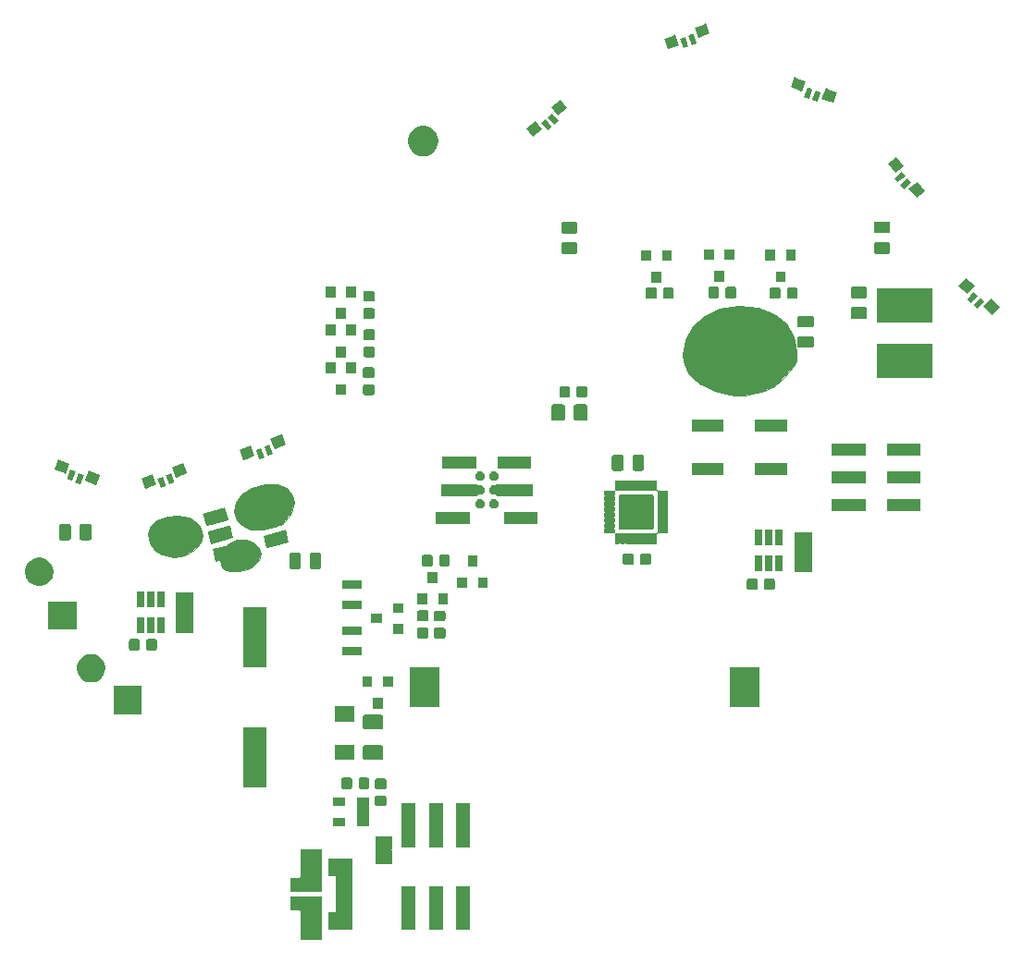
<source format=gbr>
G04 #@! TF.GenerationSoftware,KiCad,Pcbnew,5.1.3-ffb9f22~84~ubuntu18.04.1*
G04 #@! TF.CreationDate,2019-09-02T17:53:29+02:00*
G04 #@! TF.ProjectId,drac_badge,64726163-5f62-4616-9467-652e6b696361,rev?*
G04 #@! TF.SameCoordinates,Original*
G04 #@! TF.FileFunction,Soldermask,Bot*
G04 #@! TF.FilePolarity,Negative*
%FSLAX46Y46*%
G04 Gerber Fmt 4.6, Leading zero omitted, Abs format (unit mm)*
G04 Created by KiCad (PCBNEW 5.1.3-ffb9f22~84~ubuntu18.04.1) date 2019-09-02 17:53:29*
%MOMM*%
%LPD*%
G04 APERTURE LIST*
%ADD10C,0.010000*%
%ADD11C,0.100000*%
G04 APERTURE END LIST*
D10*
G36*
X71693438Y-33550626D02*
G01*
X73105415Y-34118107D01*
X74198284Y-35000850D01*
X74909065Y-36147259D01*
X75174780Y-37505741D01*
X75175263Y-37568930D01*
X75126329Y-38309794D01*
X74914444Y-38881998D01*
X74441979Y-39485893D01*
X74038948Y-39900874D01*
X73120518Y-40686502D01*
X72190121Y-41147421D01*
X71485787Y-41336220D01*
X70434284Y-41540716D01*
X69669283Y-41602432D01*
X68958390Y-41507771D01*
X68069210Y-41243139D01*
X67691354Y-41114228D01*
X66253604Y-40428360D01*
X65285606Y-39533172D01*
X64802808Y-38445652D01*
X64747895Y-37877768D01*
X64993505Y-36446374D01*
X65686453Y-35221818D01*
X66760915Y-34260571D01*
X68151069Y-33619107D01*
X69791091Y-33353899D01*
X70025333Y-33350000D01*
X71693438Y-33550626D01*
X71693438Y-33550626D01*
G37*
X71693438Y-33550626D02*
X73105415Y-34118107D01*
X74198284Y-35000850D01*
X74909065Y-36147259D01*
X75174780Y-37505741D01*
X75175263Y-37568930D01*
X75126329Y-38309794D01*
X74914444Y-38881998D01*
X74441979Y-39485893D01*
X74038948Y-39900874D01*
X73120518Y-40686502D01*
X72190121Y-41147421D01*
X71485787Y-41336220D01*
X70434284Y-41540716D01*
X69669283Y-41602432D01*
X68958390Y-41507771D01*
X68069210Y-41243139D01*
X67691354Y-41114228D01*
X66253604Y-40428360D01*
X65285606Y-39533172D01*
X64802808Y-38445652D01*
X64747895Y-37877768D01*
X64993505Y-36446374D01*
X65686453Y-35221818D01*
X66760915Y-34260571D01*
X68151069Y-33619107D01*
X69791091Y-33353899D01*
X70025333Y-33350000D01*
X71693438Y-33550626D01*
G36*
X27649348Y-49703023D02*
G01*
X28507640Y-50040413D01*
X29046128Y-50674382D01*
X29187895Y-51365923D01*
X28945842Y-52294185D01*
X28303073Y-53063730D01*
X27384671Y-53613194D01*
X26315720Y-53881215D01*
X25221303Y-53806430D01*
X24647072Y-53593534D01*
X23940700Y-53001704D01*
X23669921Y-52242280D01*
X23813689Y-51425921D01*
X24350957Y-50663286D01*
X25260679Y-50065033D01*
X25323261Y-50038194D01*
X26558730Y-49692266D01*
X27649348Y-49703023D01*
X27649348Y-49703023D01*
G37*
X27649348Y-49703023D02*
X28507640Y-50040413D01*
X29046128Y-50674382D01*
X29187895Y-51365923D01*
X28945842Y-52294185D01*
X28303073Y-53063730D01*
X27384671Y-53613194D01*
X26315720Y-53881215D01*
X25221303Y-53806430D01*
X24647072Y-53593534D01*
X23940700Y-53001704D01*
X23669921Y-52242280D01*
X23813689Y-51425921D01*
X24350957Y-50663286D01*
X25260679Y-50065033D01*
X25323261Y-50038194D01*
X26558730Y-49692266D01*
X27649348Y-49703023D01*
G36*
X19556912Y-52751781D02*
G01*
X19841450Y-52874022D01*
X20546319Y-53502694D01*
X20780824Y-54329993D01*
X20636424Y-54996417D01*
X20062370Y-55746734D01*
X19179011Y-56206430D01*
X18144216Y-56345059D01*
X17115855Y-56132173D01*
X16523952Y-55789542D01*
X15988405Y-55098274D01*
X15806585Y-54264949D01*
X16024094Y-53509500D01*
X16634867Y-53010396D01*
X17559766Y-52695683D01*
X18600034Y-52598449D01*
X19556912Y-52751781D01*
X19556912Y-52751781D01*
G37*
X19556912Y-52751781D02*
X19841450Y-52874022D01*
X20546319Y-53502694D01*
X20780824Y-54329993D01*
X20636424Y-54996417D01*
X20062370Y-55746734D01*
X19179011Y-56206430D01*
X18144216Y-56345059D01*
X17115855Y-56132173D01*
X16523952Y-55789542D01*
X15988405Y-55098274D01*
X15806585Y-54264949D01*
X16024094Y-53509500D01*
X16634867Y-53010396D01*
X17559766Y-52695683D01*
X18600034Y-52598449D01*
X19556912Y-52751781D01*
G36*
X25501150Y-55026800D02*
G01*
X25999032Y-55578124D01*
X26149166Y-56080719D01*
X25952931Y-56595885D01*
X25779320Y-56844967D01*
X25286542Y-57325663D01*
X24609454Y-57562841D01*
X24015075Y-57628296D01*
X23231143Y-57644710D01*
X22796055Y-57514565D01*
X22529611Y-57169124D01*
X22466683Y-57037669D01*
X22349623Y-56276374D01*
X22643357Y-55618737D01*
X23226631Y-55114859D01*
X23978190Y-54814843D01*
X24776782Y-54768790D01*
X25501150Y-55026800D01*
X25501150Y-55026800D01*
G37*
X25501150Y-55026800D02*
X25999032Y-55578124D01*
X26149166Y-56080719D01*
X25952931Y-56595885D01*
X25779320Y-56844967D01*
X25286542Y-57325663D01*
X24609454Y-57562841D01*
X24015075Y-57628296D01*
X23231143Y-57644710D01*
X22796055Y-57514565D01*
X22529611Y-57169124D01*
X22466683Y-57037669D01*
X22349623Y-56276374D01*
X22643357Y-55618737D01*
X23226631Y-55114859D01*
X23978190Y-54814843D01*
X24776782Y-54768790D01*
X25501150Y-55026800D01*
D11*
G36*
X31751000Y-88799001D02*
G01*
X31753402Y-88823387D01*
X31760515Y-88846836D01*
X31761000Y-88847743D01*
X31761000Y-91401000D01*
X29759000Y-91401000D01*
X29759000Y-88850999D01*
X29756598Y-88826613D01*
X29749485Y-88803164D01*
X29737934Y-88781553D01*
X29722389Y-88762611D01*
X29703447Y-88747066D01*
X29681836Y-88735515D01*
X29658387Y-88728402D01*
X29634001Y-88726000D01*
X28849000Y-88726000D01*
X28849000Y-87449000D01*
X31751000Y-87449000D01*
X31751000Y-88799001D01*
X31751000Y-88799001D01*
G37*
G36*
X45311000Y-90531000D02*
G01*
X44009000Y-90531000D01*
X44009000Y-86529000D01*
X45311000Y-86529000D01*
X45311000Y-90531000D01*
X45311000Y-90531000D01*
G37*
G36*
X40311000Y-90531000D02*
G01*
X39009000Y-90531000D01*
X39009000Y-86529000D01*
X40311000Y-86529000D01*
X40311000Y-90531000D01*
X40311000Y-90531000D01*
G37*
G36*
X42811000Y-90531000D02*
G01*
X41509000Y-90531000D01*
X41509000Y-86529000D01*
X42811000Y-86529000D01*
X42811000Y-90531000D01*
X42811000Y-90531000D01*
G37*
G36*
X34491000Y-90501000D02*
G01*
X32289000Y-90501000D01*
X32289000Y-88924000D01*
X32884001Y-88924000D01*
X32908387Y-88921598D01*
X32931836Y-88914485D01*
X32953447Y-88902934D01*
X32972389Y-88887389D01*
X32987934Y-88868447D01*
X32999485Y-88846836D01*
X33006598Y-88823387D01*
X33009000Y-88799001D01*
X33009000Y-85700999D01*
X33006598Y-85676613D01*
X32999485Y-85653164D01*
X32987934Y-85631553D01*
X32972389Y-85612611D01*
X32953447Y-85597066D01*
X32931836Y-85585515D01*
X32908387Y-85578402D01*
X32884001Y-85576000D01*
X32289000Y-85576000D01*
X32289000Y-83999000D01*
X34491000Y-83999000D01*
X34491000Y-90501000D01*
X34491000Y-90501000D01*
G37*
G36*
X31761000Y-85652257D02*
G01*
X31760515Y-85653164D01*
X31753402Y-85676613D01*
X31751000Y-85700999D01*
X31751000Y-87051000D01*
X28849000Y-87051000D01*
X28849000Y-85774000D01*
X29634001Y-85774000D01*
X29658387Y-85771598D01*
X29681836Y-85764485D01*
X29703447Y-85752934D01*
X29722389Y-85737389D01*
X29737934Y-85718447D01*
X29749485Y-85696836D01*
X29756598Y-85673387D01*
X29759000Y-85649001D01*
X29759000Y-83099000D01*
X31761000Y-83099000D01*
X31761000Y-85652257D01*
X31761000Y-85652257D01*
G37*
G36*
X38159999Y-81954737D02*
G01*
X38169608Y-81957652D01*
X38178472Y-81962390D01*
X38186237Y-81968763D01*
X38192610Y-81976528D01*
X38197348Y-81985392D01*
X38200263Y-81995001D01*
X38201852Y-82011140D01*
X38201852Y-82998860D01*
X38200263Y-83014999D01*
X38197348Y-83024608D01*
X38192610Y-83033472D01*
X38186258Y-83041212D01*
X38186237Y-83041237D01*
X38178427Y-83047640D01*
X38178372Y-83047677D01*
X38168853Y-83055480D01*
X38168878Y-83055511D01*
X38155028Y-83066853D01*
X38139463Y-83085779D01*
X38127889Y-83107377D01*
X38120751Y-83130819D01*
X38118324Y-83155202D01*
X38120700Y-83179591D01*
X38127789Y-83203047D01*
X38139318Y-83224670D01*
X38154843Y-83243628D01*
X38173769Y-83259193D01*
X38176825Y-83261029D01*
X38178514Y-83262418D01*
X38178516Y-83262419D01*
X38184712Y-83267515D01*
X38186274Y-83268800D01*
X38192642Y-83276575D01*
X38195791Y-83282483D01*
X38197367Y-83285438D01*
X38200257Y-83295001D01*
X38200282Y-83295085D01*
X38201852Y-83311113D01*
X38201852Y-84448860D01*
X38200263Y-84464999D01*
X38197348Y-84474608D01*
X38192610Y-84483472D01*
X38186237Y-84491237D01*
X38178472Y-84497610D01*
X38169608Y-84502348D01*
X38159999Y-84505263D01*
X38143860Y-84506852D01*
X36656140Y-84506852D01*
X36640001Y-84505263D01*
X36630392Y-84502348D01*
X36621528Y-84497610D01*
X36613763Y-84491237D01*
X36607390Y-84483472D01*
X36602652Y-84474608D01*
X36599737Y-84464999D01*
X36598148Y-84448860D01*
X36598148Y-83311140D01*
X36599737Y-83295001D01*
X36602652Y-83285392D01*
X36607390Y-83276528D01*
X36613763Y-83268763D01*
X36626737Y-83258116D01*
X36635968Y-83251947D01*
X36653294Y-83234619D01*
X36666907Y-83214244D01*
X36676283Y-83191605D01*
X36681063Y-83167572D01*
X36681062Y-83143068D01*
X36676280Y-83119035D01*
X36666902Y-83096396D01*
X36653287Y-83076022D01*
X36635959Y-83058696D01*
X36626683Y-83051825D01*
X36613800Y-83041274D01*
X36612668Y-83039897D01*
X36607419Y-83033516D01*
X36602674Y-83024661D01*
X36601749Y-83021623D01*
X36599758Y-83015085D01*
X36599758Y-83015082D01*
X36599748Y-83015050D01*
X36598753Y-83005000D01*
X36598753Y-83004935D01*
X36598148Y-82998825D01*
X36598148Y-82011140D01*
X36599737Y-81995001D01*
X36602652Y-81985392D01*
X36607390Y-81976528D01*
X36613763Y-81968763D01*
X36621528Y-81962390D01*
X36630392Y-81957652D01*
X36640001Y-81954737D01*
X36656140Y-81953148D01*
X38143860Y-81953148D01*
X38159999Y-81954737D01*
X38159999Y-81954737D01*
G37*
G36*
X40311000Y-82931000D02*
G01*
X39009000Y-82931000D01*
X39009000Y-78929000D01*
X40311000Y-78929000D01*
X40311000Y-82931000D01*
X40311000Y-82931000D01*
G37*
G36*
X45311000Y-82931000D02*
G01*
X44009000Y-82931000D01*
X44009000Y-78929000D01*
X45311000Y-78929000D01*
X45311000Y-82931000D01*
X45311000Y-82931000D01*
G37*
G36*
X42811000Y-82931000D02*
G01*
X41509000Y-82931000D01*
X41509000Y-78929000D01*
X42811000Y-78929000D01*
X42811000Y-82931000D01*
X42811000Y-82931000D01*
G37*
G36*
X36081000Y-81036000D02*
G01*
X34919000Y-81036000D01*
X34919000Y-78384000D01*
X36081000Y-78384000D01*
X36081000Y-81036000D01*
X36081000Y-81036000D01*
G37*
G36*
X33881000Y-81036000D02*
G01*
X32719000Y-81036000D01*
X32719000Y-80284000D01*
X33881000Y-80284000D01*
X33881000Y-81036000D01*
X33881000Y-81036000D01*
G37*
G36*
X37479591Y-78223085D02*
G01*
X37513569Y-78233393D01*
X37544890Y-78250134D01*
X37572339Y-78272661D01*
X37594866Y-78300110D01*
X37611607Y-78331431D01*
X37621915Y-78365409D01*
X37626000Y-78406890D01*
X37626000Y-79008110D01*
X37621915Y-79049591D01*
X37611607Y-79083569D01*
X37594866Y-79114890D01*
X37572339Y-79142339D01*
X37544890Y-79164866D01*
X37513569Y-79181607D01*
X37479591Y-79191915D01*
X37438110Y-79196000D01*
X36761890Y-79196000D01*
X36720409Y-79191915D01*
X36686431Y-79181607D01*
X36655110Y-79164866D01*
X36627661Y-79142339D01*
X36605134Y-79114890D01*
X36588393Y-79083569D01*
X36578085Y-79049591D01*
X36574000Y-79008110D01*
X36574000Y-78406890D01*
X36578085Y-78365409D01*
X36588393Y-78331431D01*
X36605134Y-78300110D01*
X36627661Y-78272661D01*
X36655110Y-78250134D01*
X36686431Y-78233393D01*
X36720409Y-78223085D01*
X36761890Y-78219000D01*
X37438110Y-78219000D01*
X37479591Y-78223085D01*
X37479591Y-78223085D01*
G37*
G36*
X33881000Y-79136000D02*
G01*
X32719000Y-79136000D01*
X32719000Y-78384000D01*
X33881000Y-78384000D01*
X33881000Y-79136000D01*
X33881000Y-79136000D01*
G37*
G36*
X37479591Y-76648085D02*
G01*
X37513569Y-76658393D01*
X37544890Y-76675134D01*
X37572339Y-76697661D01*
X37594866Y-76725110D01*
X37611607Y-76756431D01*
X37621915Y-76790409D01*
X37626000Y-76831890D01*
X37626000Y-77433110D01*
X37621915Y-77474591D01*
X37611607Y-77508569D01*
X37594866Y-77539890D01*
X37572339Y-77567339D01*
X37544890Y-77589866D01*
X37513569Y-77606607D01*
X37479591Y-77616915D01*
X37438110Y-77621000D01*
X36761890Y-77621000D01*
X36720409Y-77616915D01*
X36686431Y-77606607D01*
X36655110Y-77589866D01*
X36627661Y-77567339D01*
X36605134Y-77539890D01*
X36588393Y-77508569D01*
X36578085Y-77474591D01*
X36574000Y-77433110D01*
X36574000Y-76831890D01*
X36578085Y-76790409D01*
X36588393Y-76756431D01*
X36605134Y-76725110D01*
X36627661Y-76697661D01*
X36655110Y-76675134D01*
X36686431Y-76658393D01*
X36720409Y-76648085D01*
X36761890Y-76644000D01*
X37438110Y-76644000D01*
X37479591Y-76648085D01*
X37479591Y-76648085D01*
G37*
G36*
X35919591Y-76568085D02*
G01*
X35953569Y-76578393D01*
X35984890Y-76595134D01*
X36012339Y-76617661D01*
X36034866Y-76645110D01*
X36051607Y-76676431D01*
X36061915Y-76710409D01*
X36066000Y-76751890D01*
X36066000Y-77428110D01*
X36061915Y-77469591D01*
X36051607Y-77503569D01*
X36034866Y-77534890D01*
X36012339Y-77562339D01*
X35984890Y-77584866D01*
X35953569Y-77601607D01*
X35919591Y-77611915D01*
X35878110Y-77616000D01*
X35276890Y-77616000D01*
X35235409Y-77611915D01*
X35201431Y-77601607D01*
X35170110Y-77584866D01*
X35142661Y-77562339D01*
X35120134Y-77534890D01*
X35103393Y-77503569D01*
X35093085Y-77469591D01*
X35089000Y-77428110D01*
X35089000Y-76751890D01*
X35093085Y-76710409D01*
X35103393Y-76676431D01*
X35120134Y-76645110D01*
X35142661Y-76617661D01*
X35170110Y-76595134D01*
X35201431Y-76578393D01*
X35235409Y-76568085D01*
X35276890Y-76564000D01*
X35878110Y-76564000D01*
X35919591Y-76568085D01*
X35919591Y-76568085D01*
G37*
G36*
X34344591Y-76568085D02*
G01*
X34378569Y-76578393D01*
X34409890Y-76595134D01*
X34437339Y-76617661D01*
X34459866Y-76645110D01*
X34476607Y-76676431D01*
X34486915Y-76710409D01*
X34491000Y-76751890D01*
X34491000Y-77428110D01*
X34486915Y-77469591D01*
X34476607Y-77503569D01*
X34459866Y-77534890D01*
X34437339Y-77562339D01*
X34409890Y-77584866D01*
X34378569Y-77601607D01*
X34344591Y-77611915D01*
X34303110Y-77616000D01*
X33701890Y-77616000D01*
X33660409Y-77611915D01*
X33626431Y-77601607D01*
X33595110Y-77584866D01*
X33567661Y-77562339D01*
X33545134Y-77534890D01*
X33528393Y-77503569D01*
X33518085Y-77469591D01*
X33514000Y-77428110D01*
X33514000Y-76751890D01*
X33518085Y-76710409D01*
X33528393Y-76676431D01*
X33545134Y-76645110D01*
X33567661Y-76617661D01*
X33595110Y-76595134D01*
X33626431Y-76578393D01*
X33660409Y-76568085D01*
X33701890Y-76564000D01*
X34303110Y-76564000D01*
X34344591Y-76568085D01*
X34344591Y-76568085D01*
G37*
G36*
X26641000Y-77461000D02*
G01*
X24539000Y-77461000D01*
X24539000Y-71959000D01*
X26641000Y-71959000D01*
X26641000Y-77461000D01*
X26641000Y-77461000D01*
G37*
G36*
X37158604Y-73608347D02*
G01*
X37195144Y-73619432D01*
X37228821Y-73637433D01*
X37258341Y-73661659D01*
X37282567Y-73691179D01*
X37300568Y-73724856D01*
X37311653Y-73761396D01*
X37316000Y-73805538D01*
X37316000Y-74754462D01*
X37311653Y-74798604D01*
X37300568Y-74835144D01*
X37282567Y-74868821D01*
X37258341Y-74898341D01*
X37228821Y-74922567D01*
X37195144Y-74940568D01*
X37158604Y-74951653D01*
X37114462Y-74956000D01*
X35665538Y-74956000D01*
X35621396Y-74951653D01*
X35584856Y-74940568D01*
X35551179Y-74922567D01*
X35521659Y-74898341D01*
X35497433Y-74868821D01*
X35479432Y-74835144D01*
X35468347Y-74798604D01*
X35464000Y-74754462D01*
X35464000Y-73805538D01*
X35468347Y-73761396D01*
X35479432Y-73724856D01*
X35497433Y-73691179D01*
X35521659Y-73661659D01*
X35551179Y-73637433D01*
X35584856Y-73619432D01*
X35621396Y-73608347D01*
X35665538Y-73604000D01*
X37114462Y-73604000D01*
X37158604Y-73608347D01*
X37158604Y-73608347D01*
G37*
G36*
X34681000Y-74941000D02*
G01*
X32879000Y-74941000D01*
X32879000Y-73539000D01*
X34681000Y-73539000D01*
X34681000Y-74941000D01*
X34681000Y-74941000D01*
G37*
G36*
X37158604Y-70808347D02*
G01*
X37195144Y-70819432D01*
X37228821Y-70837433D01*
X37258341Y-70861659D01*
X37282567Y-70891179D01*
X37300568Y-70924856D01*
X37311653Y-70961396D01*
X37316000Y-71005538D01*
X37316000Y-71954462D01*
X37311653Y-71998604D01*
X37300568Y-72035144D01*
X37282567Y-72068821D01*
X37258341Y-72098341D01*
X37228821Y-72122567D01*
X37195144Y-72140568D01*
X37158604Y-72151653D01*
X37114462Y-72156000D01*
X35665538Y-72156000D01*
X35621396Y-72151653D01*
X35584856Y-72140568D01*
X35551179Y-72122567D01*
X35521659Y-72098341D01*
X35497433Y-72068821D01*
X35479432Y-72035144D01*
X35468347Y-71998604D01*
X35464000Y-71954462D01*
X35464000Y-71005538D01*
X35468347Y-70961396D01*
X35479432Y-70924856D01*
X35497433Y-70891179D01*
X35521659Y-70861659D01*
X35551179Y-70837433D01*
X35584856Y-70819432D01*
X35621396Y-70808347D01*
X35665538Y-70804000D01*
X37114462Y-70804000D01*
X37158604Y-70808347D01*
X37158604Y-70808347D01*
G37*
G36*
X34681000Y-71441000D02*
G01*
X32879000Y-71441000D01*
X32879000Y-70039000D01*
X34681000Y-70039000D01*
X34681000Y-71441000D01*
X34681000Y-71441000D01*
G37*
G36*
X15241000Y-70771000D02*
G01*
X12639000Y-70771000D01*
X12639000Y-68169000D01*
X15241000Y-68169000D01*
X15241000Y-70771000D01*
X15241000Y-70771000D01*
G37*
G36*
X37291000Y-70271000D02*
G01*
X36389000Y-70271000D01*
X36389000Y-69269000D01*
X37291000Y-69269000D01*
X37291000Y-70271000D01*
X37291000Y-70271000D01*
G37*
G36*
X71791000Y-70141000D02*
G01*
X69089000Y-70141000D01*
X69089000Y-66439000D01*
X71791000Y-66439000D01*
X71791000Y-70141000D01*
X71791000Y-70141000D01*
G37*
G36*
X42491000Y-70141000D02*
G01*
X39789000Y-70141000D01*
X39789000Y-66439000D01*
X42491000Y-66439000D01*
X42491000Y-70141000D01*
X42491000Y-70141000D01*
G37*
G36*
X38241000Y-68271000D02*
G01*
X37339000Y-68271000D01*
X37339000Y-67269000D01*
X38241000Y-67269000D01*
X38241000Y-68271000D01*
X38241000Y-68271000D01*
G37*
G36*
X36341000Y-68271000D02*
G01*
X35439000Y-68271000D01*
X35439000Y-67269000D01*
X36341000Y-67269000D01*
X36341000Y-68271000D01*
X36341000Y-68271000D01*
G37*
G36*
X10989487Y-65288996D02*
G01*
X11211601Y-65380999D01*
X11226255Y-65387069D01*
X11439339Y-65529447D01*
X11620553Y-65710661D01*
X11762932Y-65923747D01*
X11861004Y-66160513D01*
X11911000Y-66411861D01*
X11911000Y-66668139D01*
X11861004Y-66919487D01*
X11762932Y-67156253D01*
X11762931Y-67156255D01*
X11620553Y-67369339D01*
X11439339Y-67550553D01*
X11226255Y-67692931D01*
X11226254Y-67692932D01*
X11226253Y-67692932D01*
X10989487Y-67791004D01*
X10738139Y-67841000D01*
X10481861Y-67841000D01*
X10230513Y-67791004D01*
X9993747Y-67692932D01*
X9993746Y-67692932D01*
X9993745Y-67692931D01*
X9780661Y-67550553D01*
X9599447Y-67369339D01*
X9457069Y-67156255D01*
X9457068Y-67156253D01*
X9358996Y-66919487D01*
X9309000Y-66668139D01*
X9309000Y-66411861D01*
X9358996Y-66160513D01*
X9457068Y-65923747D01*
X9599447Y-65710661D01*
X9780661Y-65529447D01*
X9993745Y-65387069D01*
X10008399Y-65380999D01*
X10230513Y-65288996D01*
X10481861Y-65239000D01*
X10738139Y-65239000D01*
X10989487Y-65288996D01*
X10989487Y-65288996D01*
G37*
G36*
X26641000Y-66461000D02*
G01*
X24539000Y-66461000D01*
X24539000Y-60959000D01*
X26641000Y-60959000D01*
X26641000Y-66461000D01*
X26641000Y-66461000D01*
G37*
G36*
X35405999Y-65380999D02*
G01*
X33603999Y-65380999D01*
X33603999Y-64628999D01*
X35405999Y-64628999D01*
X35405999Y-65380999D01*
X35405999Y-65380999D01*
G37*
G36*
X16479591Y-63868085D02*
G01*
X16513569Y-63878393D01*
X16544890Y-63895134D01*
X16572339Y-63917661D01*
X16594866Y-63945110D01*
X16611607Y-63976431D01*
X16621915Y-64010409D01*
X16626000Y-64051890D01*
X16626000Y-64728110D01*
X16621915Y-64769591D01*
X16611607Y-64803569D01*
X16594866Y-64834890D01*
X16572339Y-64862339D01*
X16544890Y-64884866D01*
X16513569Y-64901607D01*
X16479591Y-64911915D01*
X16438110Y-64916000D01*
X15836890Y-64916000D01*
X15795409Y-64911915D01*
X15761431Y-64901607D01*
X15730110Y-64884866D01*
X15702661Y-64862339D01*
X15680134Y-64834890D01*
X15663393Y-64803569D01*
X15653085Y-64769591D01*
X15649000Y-64728110D01*
X15649000Y-64051890D01*
X15653085Y-64010409D01*
X15663393Y-63976431D01*
X15680134Y-63945110D01*
X15702661Y-63917661D01*
X15730110Y-63895134D01*
X15761431Y-63878393D01*
X15795409Y-63868085D01*
X15836890Y-63864000D01*
X16438110Y-63864000D01*
X16479591Y-63868085D01*
X16479591Y-63868085D01*
G37*
G36*
X14904591Y-63868085D02*
G01*
X14938569Y-63878393D01*
X14969890Y-63895134D01*
X14997339Y-63917661D01*
X15019866Y-63945110D01*
X15036607Y-63976431D01*
X15046915Y-64010409D01*
X15051000Y-64051890D01*
X15051000Y-64728110D01*
X15046915Y-64769591D01*
X15036607Y-64803569D01*
X15019866Y-64834890D01*
X14997339Y-64862339D01*
X14969890Y-64884866D01*
X14938569Y-64901607D01*
X14904591Y-64911915D01*
X14863110Y-64916000D01*
X14261890Y-64916000D01*
X14220409Y-64911915D01*
X14186431Y-64901607D01*
X14155110Y-64884866D01*
X14127661Y-64862339D01*
X14105134Y-64834890D01*
X14088393Y-64803569D01*
X14078085Y-64769591D01*
X14074000Y-64728110D01*
X14074000Y-64051890D01*
X14078085Y-64010409D01*
X14088393Y-63976431D01*
X14105134Y-63945110D01*
X14127661Y-63917661D01*
X14155110Y-63895134D01*
X14186431Y-63878393D01*
X14220409Y-63868085D01*
X14261890Y-63864000D01*
X14863110Y-63864000D01*
X14904591Y-63868085D01*
X14904591Y-63868085D01*
G37*
G36*
X42889591Y-62843085D02*
G01*
X42923569Y-62853393D01*
X42954890Y-62870134D01*
X42982339Y-62892661D01*
X43004866Y-62920110D01*
X43021607Y-62951431D01*
X43031915Y-62985409D01*
X43036000Y-63026890D01*
X43036000Y-63628110D01*
X43031915Y-63669591D01*
X43021607Y-63703569D01*
X43004866Y-63734890D01*
X42982339Y-63762339D01*
X42954890Y-63784866D01*
X42923569Y-63801607D01*
X42889591Y-63811915D01*
X42848110Y-63816000D01*
X42171890Y-63816000D01*
X42130409Y-63811915D01*
X42096431Y-63801607D01*
X42065110Y-63784866D01*
X42037661Y-63762339D01*
X42015134Y-63734890D01*
X41998393Y-63703569D01*
X41988085Y-63669591D01*
X41984000Y-63628110D01*
X41984000Y-63026890D01*
X41988085Y-62985409D01*
X41998393Y-62951431D01*
X42015134Y-62920110D01*
X42037661Y-62892661D01*
X42065110Y-62870134D01*
X42096431Y-62853393D01*
X42130409Y-62843085D01*
X42171890Y-62839000D01*
X42848110Y-62839000D01*
X42889591Y-62843085D01*
X42889591Y-62843085D01*
G37*
G36*
X41339591Y-62823085D02*
G01*
X41373569Y-62833393D01*
X41404890Y-62850134D01*
X41432339Y-62872661D01*
X41454866Y-62900110D01*
X41471607Y-62931431D01*
X41481915Y-62965409D01*
X41486000Y-63006890D01*
X41486000Y-63608110D01*
X41481915Y-63649591D01*
X41471607Y-63683569D01*
X41454866Y-63714890D01*
X41432339Y-63742339D01*
X41404890Y-63764866D01*
X41373569Y-63781607D01*
X41339591Y-63791915D01*
X41298110Y-63796000D01*
X40621890Y-63796000D01*
X40580409Y-63791915D01*
X40546431Y-63781607D01*
X40515110Y-63764866D01*
X40487661Y-63742339D01*
X40465134Y-63714890D01*
X40448393Y-63683569D01*
X40438085Y-63649591D01*
X40434000Y-63608110D01*
X40434000Y-63006890D01*
X40438085Y-62965409D01*
X40448393Y-62931431D01*
X40465134Y-62900110D01*
X40487661Y-62872661D01*
X40515110Y-62850134D01*
X40546431Y-62833393D01*
X40580409Y-62823085D01*
X40621890Y-62819000D01*
X41298110Y-62819000D01*
X41339591Y-62823085D01*
X41339591Y-62823085D01*
G37*
G36*
X35405999Y-63480999D02*
G01*
X33603999Y-63480999D01*
X33603999Y-62728999D01*
X35405999Y-62728999D01*
X35405999Y-63480999D01*
X35405999Y-63480999D01*
G37*
G36*
X39221000Y-63381000D02*
G01*
X38219000Y-63381000D01*
X38219000Y-62479000D01*
X39221000Y-62479000D01*
X39221000Y-63381000D01*
X39221000Y-63381000D01*
G37*
G36*
X19971000Y-63341000D02*
G01*
X18369000Y-63341000D01*
X18369000Y-59639000D01*
X19971000Y-59639000D01*
X19971000Y-63341000D01*
X19971000Y-63341000D01*
G37*
G36*
X15436000Y-63321000D02*
G01*
X14764000Y-63321000D01*
X14764000Y-61869000D01*
X15436000Y-61869000D01*
X15436000Y-63321000D01*
X15436000Y-63321000D01*
G37*
G36*
X16386000Y-63321000D02*
G01*
X15714000Y-63321000D01*
X15714000Y-61869000D01*
X16386000Y-61869000D01*
X16386000Y-63321000D01*
X16386000Y-63321000D01*
G37*
G36*
X17336000Y-63321000D02*
G01*
X16664000Y-63321000D01*
X16664000Y-61869000D01*
X17336000Y-61869000D01*
X17336000Y-63321000D01*
X17336000Y-63321000D01*
G37*
G36*
X9311000Y-63021000D02*
G01*
X6709000Y-63021000D01*
X6709000Y-60419000D01*
X9311000Y-60419000D01*
X9311000Y-63021000D01*
X9311000Y-63021000D01*
G37*
G36*
X37221000Y-62431000D02*
G01*
X36219000Y-62431000D01*
X36219000Y-61529000D01*
X37221000Y-61529000D01*
X37221000Y-62431000D01*
X37221000Y-62431000D01*
G37*
G36*
X42889591Y-61268085D02*
G01*
X42923569Y-61278393D01*
X42954890Y-61295134D01*
X42982339Y-61317661D01*
X43004866Y-61345110D01*
X43021607Y-61376431D01*
X43031915Y-61410409D01*
X43036000Y-61451890D01*
X43036000Y-62053110D01*
X43031915Y-62094591D01*
X43021607Y-62128569D01*
X43004866Y-62159890D01*
X42982339Y-62187339D01*
X42954890Y-62209866D01*
X42923569Y-62226607D01*
X42889591Y-62236915D01*
X42848110Y-62241000D01*
X42171890Y-62241000D01*
X42130409Y-62236915D01*
X42096431Y-62226607D01*
X42065110Y-62209866D01*
X42037661Y-62187339D01*
X42015134Y-62159890D01*
X41998393Y-62128569D01*
X41988085Y-62094591D01*
X41984000Y-62053110D01*
X41984000Y-61451890D01*
X41988085Y-61410409D01*
X41998393Y-61376431D01*
X42015134Y-61345110D01*
X42037661Y-61317661D01*
X42065110Y-61295134D01*
X42096431Y-61278393D01*
X42130409Y-61268085D01*
X42171890Y-61264000D01*
X42848110Y-61264000D01*
X42889591Y-61268085D01*
X42889591Y-61268085D01*
G37*
G36*
X41339591Y-61248085D02*
G01*
X41373569Y-61258393D01*
X41404890Y-61275134D01*
X41432339Y-61297661D01*
X41454866Y-61325110D01*
X41471607Y-61356431D01*
X41481915Y-61390409D01*
X41486000Y-61431890D01*
X41486000Y-62033110D01*
X41481915Y-62074591D01*
X41471607Y-62108569D01*
X41454866Y-62139890D01*
X41432339Y-62167339D01*
X41404890Y-62189866D01*
X41373569Y-62206607D01*
X41339591Y-62216915D01*
X41298110Y-62221000D01*
X40621890Y-62221000D01*
X40580409Y-62216915D01*
X40546431Y-62206607D01*
X40515110Y-62189866D01*
X40487661Y-62167339D01*
X40465134Y-62139890D01*
X40448393Y-62108569D01*
X40438085Y-62074591D01*
X40434000Y-62033110D01*
X40434000Y-61431890D01*
X40438085Y-61390409D01*
X40448393Y-61356431D01*
X40465134Y-61325110D01*
X40487661Y-61297661D01*
X40515110Y-61275134D01*
X40546431Y-61258393D01*
X40580409Y-61248085D01*
X40621890Y-61244000D01*
X41298110Y-61244000D01*
X41339591Y-61248085D01*
X41339591Y-61248085D01*
G37*
G36*
X39221000Y-61481000D02*
G01*
X38219000Y-61481000D01*
X38219000Y-60579000D01*
X39221000Y-60579000D01*
X39221000Y-61481000D01*
X39221000Y-61481000D01*
G37*
G36*
X35405999Y-61130999D02*
G01*
X33603999Y-61130999D01*
X33603999Y-60378999D01*
X35405999Y-60378999D01*
X35405999Y-61130999D01*
X35405999Y-61130999D01*
G37*
G36*
X17336000Y-60951000D02*
G01*
X16664000Y-60951000D01*
X16664000Y-59499000D01*
X17336000Y-59499000D01*
X17336000Y-60951000D01*
X17336000Y-60951000D01*
G37*
G36*
X15436000Y-60951000D02*
G01*
X14764000Y-60951000D01*
X14764000Y-59499000D01*
X15436000Y-59499000D01*
X15436000Y-60951000D01*
X15436000Y-60951000D01*
G37*
G36*
X16386000Y-60951000D02*
G01*
X15714000Y-60951000D01*
X15714000Y-59499000D01*
X16386000Y-59499000D01*
X16386000Y-60951000D01*
X16386000Y-60951000D01*
G37*
G36*
X43261000Y-60721000D02*
G01*
X42359000Y-60721000D01*
X42359000Y-59719000D01*
X43261000Y-59719000D01*
X43261000Y-60721000D01*
X43261000Y-60721000D01*
G37*
G36*
X41361000Y-60721000D02*
G01*
X40459000Y-60721000D01*
X40459000Y-59719000D01*
X41361000Y-59719000D01*
X41361000Y-60721000D01*
X41361000Y-60721000D01*
G37*
G36*
X71454591Y-58338085D02*
G01*
X71488569Y-58348393D01*
X71519890Y-58365134D01*
X71547339Y-58387661D01*
X71569866Y-58415110D01*
X71586607Y-58446431D01*
X71596915Y-58480409D01*
X71601000Y-58521890D01*
X71601000Y-59198110D01*
X71596915Y-59239591D01*
X71586607Y-59273569D01*
X71569866Y-59304890D01*
X71547339Y-59332339D01*
X71519890Y-59354866D01*
X71488569Y-59371607D01*
X71454591Y-59381915D01*
X71413110Y-59386000D01*
X70811890Y-59386000D01*
X70770409Y-59381915D01*
X70736431Y-59371607D01*
X70705110Y-59354866D01*
X70677661Y-59332339D01*
X70655134Y-59304890D01*
X70638393Y-59273569D01*
X70628085Y-59239591D01*
X70624000Y-59198110D01*
X70624000Y-58521890D01*
X70628085Y-58480409D01*
X70638393Y-58446431D01*
X70655134Y-58415110D01*
X70677661Y-58387661D01*
X70705110Y-58365134D01*
X70736431Y-58348393D01*
X70770409Y-58338085D01*
X70811890Y-58334000D01*
X71413110Y-58334000D01*
X71454591Y-58338085D01*
X71454591Y-58338085D01*
G37*
G36*
X73029591Y-58338085D02*
G01*
X73063569Y-58348393D01*
X73094890Y-58365134D01*
X73122339Y-58387661D01*
X73144866Y-58415110D01*
X73161607Y-58446431D01*
X73171915Y-58480409D01*
X73176000Y-58521890D01*
X73176000Y-59198110D01*
X73171915Y-59239591D01*
X73161607Y-59273569D01*
X73144866Y-59304890D01*
X73122339Y-59332339D01*
X73094890Y-59354866D01*
X73063569Y-59371607D01*
X73029591Y-59381915D01*
X72988110Y-59386000D01*
X72386890Y-59386000D01*
X72345409Y-59381915D01*
X72311431Y-59371607D01*
X72280110Y-59354866D01*
X72252661Y-59332339D01*
X72230134Y-59304890D01*
X72213393Y-59273569D01*
X72203085Y-59239591D01*
X72199000Y-59198110D01*
X72199000Y-58521890D01*
X72203085Y-58480409D01*
X72213393Y-58446431D01*
X72230134Y-58415110D01*
X72252661Y-58387661D01*
X72280110Y-58365134D01*
X72311431Y-58348393D01*
X72345409Y-58338085D01*
X72386890Y-58334000D01*
X72988110Y-58334000D01*
X73029591Y-58338085D01*
X73029591Y-58338085D01*
G37*
G36*
X35405999Y-59230999D02*
G01*
X33603999Y-59230999D01*
X33603999Y-58478999D01*
X35405999Y-58478999D01*
X35405999Y-59230999D01*
X35405999Y-59230999D01*
G37*
G36*
X46921000Y-59211000D02*
G01*
X46019000Y-59211000D01*
X46019000Y-58209000D01*
X46921000Y-58209000D01*
X46921000Y-59211000D01*
X46921000Y-59211000D01*
G37*
G36*
X45021000Y-59211000D02*
G01*
X44119000Y-59211000D01*
X44119000Y-58209000D01*
X45021000Y-58209000D01*
X45021000Y-59211000D01*
X45021000Y-59211000D01*
G37*
G36*
X6229487Y-56458996D02*
G01*
X6466253Y-56557068D01*
X6466255Y-56557069D01*
X6679339Y-56699447D01*
X6860553Y-56880661D01*
X6988345Y-57071915D01*
X7002932Y-57093747D01*
X7101004Y-57330513D01*
X7151000Y-57581861D01*
X7151000Y-57838139D01*
X7101004Y-58089487D01*
X7051500Y-58209000D01*
X7002931Y-58326255D01*
X6860553Y-58539339D01*
X6679339Y-58720553D01*
X6466255Y-58862931D01*
X6466254Y-58862932D01*
X6466253Y-58862932D01*
X6229487Y-58961004D01*
X5978139Y-59011000D01*
X5721861Y-59011000D01*
X5470513Y-58961004D01*
X5233747Y-58862932D01*
X5233746Y-58862932D01*
X5233745Y-58862931D01*
X5020661Y-58720553D01*
X4839447Y-58539339D01*
X4697069Y-58326255D01*
X4648500Y-58209000D01*
X4598996Y-58089487D01*
X4549000Y-57838139D01*
X4549000Y-57581861D01*
X4598996Y-57330513D01*
X4697068Y-57093747D01*
X4711656Y-57071915D01*
X4839447Y-56880661D01*
X5020661Y-56699447D01*
X5233745Y-56557069D01*
X5233747Y-56557068D01*
X5470513Y-56458996D01*
X5721861Y-56409000D01*
X5978139Y-56409000D01*
X6229487Y-56458996D01*
X6229487Y-56458996D01*
G37*
G36*
X42311000Y-58721000D02*
G01*
X41409000Y-58721000D01*
X41409000Y-57719000D01*
X42311000Y-57719000D01*
X42311000Y-58721000D01*
X42311000Y-58721000D01*
G37*
G36*
X76601000Y-57771000D02*
G01*
X74999000Y-57771000D01*
X74999000Y-54069000D01*
X76601000Y-54069000D01*
X76601000Y-57771000D01*
X76601000Y-57771000D01*
G37*
G36*
X72016000Y-57651000D02*
G01*
X71344000Y-57651000D01*
X71344000Y-56199000D01*
X72016000Y-56199000D01*
X72016000Y-57651000D01*
X72016000Y-57651000D01*
G37*
G36*
X73916000Y-57651000D02*
G01*
X73244000Y-57651000D01*
X73244000Y-56199000D01*
X73916000Y-56199000D01*
X73916000Y-57651000D01*
X73916000Y-57651000D01*
G37*
G36*
X72966000Y-57651000D02*
G01*
X72294000Y-57651000D01*
X72294000Y-56199000D01*
X72966000Y-56199000D01*
X72966000Y-57651000D01*
X72966000Y-57651000D01*
G37*
G36*
X31509468Y-55963565D02*
G01*
X31548138Y-55975296D01*
X31583777Y-55994346D01*
X31615017Y-56019983D01*
X31640654Y-56051223D01*
X31659704Y-56086862D01*
X31671435Y-56125532D01*
X31676000Y-56171888D01*
X31676000Y-57248112D01*
X31671435Y-57294468D01*
X31659704Y-57333138D01*
X31640654Y-57368777D01*
X31615017Y-57400017D01*
X31583777Y-57425654D01*
X31548138Y-57444704D01*
X31509468Y-57456435D01*
X31463112Y-57461000D01*
X30811888Y-57461000D01*
X30765532Y-57456435D01*
X30726862Y-57444704D01*
X30691223Y-57425654D01*
X30659983Y-57400017D01*
X30634346Y-57368777D01*
X30615296Y-57333138D01*
X30603565Y-57294468D01*
X30599000Y-57248112D01*
X30599000Y-56171888D01*
X30603565Y-56125532D01*
X30615296Y-56086862D01*
X30634346Y-56051223D01*
X30659983Y-56019983D01*
X30691223Y-55994346D01*
X30726862Y-55975296D01*
X30765532Y-55963565D01*
X30811888Y-55959000D01*
X31463112Y-55959000D01*
X31509468Y-55963565D01*
X31509468Y-55963565D01*
G37*
G36*
X29634468Y-55963565D02*
G01*
X29673138Y-55975296D01*
X29708777Y-55994346D01*
X29740017Y-56019983D01*
X29765654Y-56051223D01*
X29784704Y-56086862D01*
X29796435Y-56125532D01*
X29801000Y-56171888D01*
X29801000Y-57248112D01*
X29796435Y-57294468D01*
X29784704Y-57333138D01*
X29765654Y-57368777D01*
X29740017Y-57400017D01*
X29708777Y-57425654D01*
X29673138Y-57444704D01*
X29634468Y-57456435D01*
X29588112Y-57461000D01*
X28936888Y-57461000D01*
X28890532Y-57456435D01*
X28851862Y-57444704D01*
X28816223Y-57425654D01*
X28784983Y-57400017D01*
X28759346Y-57368777D01*
X28740296Y-57333138D01*
X28728565Y-57294468D01*
X28724000Y-57248112D01*
X28724000Y-56171888D01*
X28728565Y-56125532D01*
X28740296Y-56086862D01*
X28759346Y-56051223D01*
X28784983Y-56019983D01*
X28816223Y-55994346D01*
X28851862Y-55975296D01*
X28890532Y-55963565D01*
X28936888Y-55959000D01*
X29588112Y-55959000D01*
X29634468Y-55963565D01*
X29634468Y-55963565D01*
G37*
G36*
X43289591Y-56168085D02*
G01*
X43323569Y-56178393D01*
X43354890Y-56195134D01*
X43382339Y-56217661D01*
X43404866Y-56245110D01*
X43421607Y-56276431D01*
X43431915Y-56310409D01*
X43436000Y-56351890D01*
X43436000Y-57028110D01*
X43431915Y-57069591D01*
X43421607Y-57103569D01*
X43404866Y-57134890D01*
X43382339Y-57162339D01*
X43354890Y-57184866D01*
X43323569Y-57201607D01*
X43289591Y-57211915D01*
X43248110Y-57216000D01*
X42646890Y-57216000D01*
X42605409Y-57211915D01*
X42571431Y-57201607D01*
X42540110Y-57184866D01*
X42512661Y-57162339D01*
X42490134Y-57134890D01*
X42473393Y-57103569D01*
X42463085Y-57069591D01*
X42459000Y-57028110D01*
X42459000Y-56351890D01*
X42463085Y-56310409D01*
X42473393Y-56276431D01*
X42490134Y-56245110D01*
X42512661Y-56217661D01*
X42540110Y-56195134D01*
X42571431Y-56178393D01*
X42605409Y-56168085D01*
X42646890Y-56164000D01*
X43248110Y-56164000D01*
X43289591Y-56168085D01*
X43289591Y-56168085D01*
G37*
G36*
X41714591Y-56168085D02*
G01*
X41748569Y-56178393D01*
X41779890Y-56195134D01*
X41807339Y-56217661D01*
X41829866Y-56245110D01*
X41846607Y-56276431D01*
X41856915Y-56310409D01*
X41861000Y-56351890D01*
X41861000Y-57028110D01*
X41856915Y-57069591D01*
X41846607Y-57103569D01*
X41829866Y-57134890D01*
X41807339Y-57162339D01*
X41779890Y-57184866D01*
X41748569Y-57201607D01*
X41714591Y-57211915D01*
X41673110Y-57216000D01*
X41071890Y-57216000D01*
X41030409Y-57211915D01*
X40996431Y-57201607D01*
X40965110Y-57184866D01*
X40937661Y-57162339D01*
X40915134Y-57134890D01*
X40898393Y-57103569D01*
X40888085Y-57069591D01*
X40884000Y-57028110D01*
X40884000Y-56351890D01*
X40888085Y-56310409D01*
X40898393Y-56276431D01*
X40915134Y-56245110D01*
X40937661Y-56217661D01*
X40965110Y-56195134D01*
X40996431Y-56178393D01*
X41030409Y-56168085D01*
X41071890Y-56164000D01*
X41673110Y-56164000D01*
X41714591Y-56168085D01*
X41714591Y-56168085D01*
G37*
G36*
X45971000Y-57211000D02*
G01*
X45069000Y-57211000D01*
X45069000Y-56209000D01*
X45971000Y-56209000D01*
X45971000Y-57211000D01*
X45971000Y-57211000D01*
G37*
G36*
X61689591Y-56028085D02*
G01*
X61723569Y-56038393D01*
X61754890Y-56055134D01*
X61782339Y-56077661D01*
X61804866Y-56105110D01*
X61821607Y-56136431D01*
X61831915Y-56170409D01*
X61836000Y-56211890D01*
X61836000Y-56888110D01*
X61831915Y-56929591D01*
X61821607Y-56963569D01*
X61804866Y-56994890D01*
X61782339Y-57022339D01*
X61754890Y-57044866D01*
X61723569Y-57061607D01*
X61689591Y-57071915D01*
X61648110Y-57076000D01*
X61046890Y-57076000D01*
X61005409Y-57071915D01*
X60971431Y-57061607D01*
X60940110Y-57044866D01*
X60912661Y-57022339D01*
X60890134Y-56994890D01*
X60873393Y-56963569D01*
X60863085Y-56929591D01*
X60859000Y-56888110D01*
X60859000Y-56211890D01*
X60863085Y-56170409D01*
X60873393Y-56136431D01*
X60890134Y-56105110D01*
X60912661Y-56077661D01*
X60940110Y-56055134D01*
X60971431Y-56038393D01*
X61005409Y-56028085D01*
X61046890Y-56024000D01*
X61648110Y-56024000D01*
X61689591Y-56028085D01*
X61689591Y-56028085D01*
G37*
G36*
X60114591Y-56028085D02*
G01*
X60148569Y-56038393D01*
X60179890Y-56055134D01*
X60207339Y-56077661D01*
X60229866Y-56105110D01*
X60246607Y-56136431D01*
X60256915Y-56170409D01*
X60261000Y-56211890D01*
X60261000Y-56888110D01*
X60256915Y-56929591D01*
X60246607Y-56963569D01*
X60229866Y-56994890D01*
X60207339Y-57022339D01*
X60179890Y-57044866D01*
X60148569Y-57061607D01*
X60114591Y-57071915D01*
X60073110Y-57076000D01*
X59471890Y-57076000D01*
X59430409Y-57071915D01*
X59396431Y-57061607D01*
X59365110Y-57044866D01*
X59337661Y-57022339D01*
X59315134Y-56994890D01*
X59298393Y-56963569D01*
X59288085Y-56929591D01*
X59284000Y-56888110D01*
X59284000Y-56211890D01*
X59288085Y-56170409D01*
X59298393Y-56136431D01*
X59315134Y-56105110D01*
X59337661Y-56077661D01*
X59365110Y-56055134D01*
X59396431Y-56038393D01*
X59430409Y-56028085D01*
X59471890Y-56024000D01*
X60073110Y-56024000D01*
X60114591Y-56028085D01*
X60114591Y-56028085D01*
G37*
G36*
X23988180Y-55994346D02*
G01*
X24046471Y-56211890D01*
X24062508Y-56271743D01*
X22579923Y-56669000D01*
X22032133Y-56815780D01*
X22032132Y-56815780D01*
X21721032Y-55654737D01*
X23570026Y-55159301D01*
X23751407Y-55110700D01*
X23751408Y-55110700D01*
X23988180Y-55994346D01*
X23988180Y-55994346D01*
G37*
G36*
X28698952Y-55029411D02*
G01*
X27097645Y-55458479D01*
X26668577Y-55573448D01*
X26668576Y-55573448D01*
X26357476Y-54412405D01*
X28152710Y-53931374D01*
X28387851Y-53868368D01*
X28387852Y-53868368D01*
X28698952Y-55029411D01*
X28698952Y-55029411D01*
G37*
G36*
X73916000Y-55281000D02*
G01*
X73244000Y-55281000D01*
X73244000Y-53829000D01*
X73916000Y-53829000D01*
X73916000Y-55281000D01*
X73916000Y-55281000D01*
G37*
G36*
X72966000Y-55281000D02*
G01*
X72294000Y-55281000D01*
X72294000Y-53829000D01*
X72966000Y-53829000D01*
X72966000Y-55281000D01*
X72966000Y-55281000D01*
G37*
G36*
X72016000Y-55281000D02*
G01*
X71344000Y-55281000D01*
X71344000Y-53829000D01*
X72016000Y-53829000D01*
X72016000Y-55281000D01*
X72016000Y-55281000D01*
G37*
G36*
X23528019Y-54277000D02*
G01*
X23619420Y-54618112D01*
X23622516Y-54629669D01*
X22130657Y-55029411D01*
X21592141Y-55173706D01*
X21592140Y-55173706D01*
X21331936Y-54202611D01*
X21281040Y-54012664D01*
X21281040Y-54012663D01*
X23211001Y-53495532D01*
X23311415Y-53468626D01*
X23311416Y-53468626D01*
X23528019Y-54277000D01*
X23528019Y-54277000D01*
G37*
G36*
X58895355Y-49315083D02*
G01*
X58900029Y-49316501D01*
X58904330Y-49318800D01*
X58910702Y-49324029D01*
X58931076Y-49337643D01*
X58953715Y-49347020D01*
X58977749Y-49351800D01*
X59002253Y-49351800D01*
X59026286Y-49347019D01*
X59048925Y-49337642D01*
X59069298Y-49324029D01*
X59075670Y-49318800D01*
X59079971Y-49316501D01*
X59084645Y-49315083D01*
X59095641Y-49314000D01*
X59384359Y-49314000D01*
X59395355Y-49315083D01*
X59400029Y-49316501D01*
X59404330Y-49318800D01*
X59410702Y-49324029D01*
X59431076Y-49337643D01*
X59453715Y-49347020D01*
X59477749Y-49351800D01*
X59502253Y-49351800D01*
X59526286Y-49347019D01*
X59548925Y-49337642D01*
X59569298Y-49324029D01*
X59575670Y-49318800D01*
X59579971Y-49316501D01*
X59584645Y-49315083D01*
X59595641Y-49314000D01*
X59884359Y-49314000D01*
X59895355Y-49315083D01*
X59900029Y-49316501D01*
X59904330Y-49318800D01*
X59910702Y-49324029D01*
X59931076Y-49337643D01*
X59953715Y-49347020D01*
X59977749Y-49351800D01*
X60002253Y-49351800D01*
X60026286Y-49347019D01*
X60048925Y-49337642D01*
X60069298Y-49324029D01*
X60075670Y-49318800D01*
X60079971Y-49316501D01*
X60084645Y-49315083D01*
X60095641Y-49314000D01*
X60384359Y-49314000D01*
X60395355Y-49315083D01*
X60400029Y-49316501D01*
X60404330Y-49318800D01*
X60410702Y-49324029D01*
X60431076Y-49337643D01*
X60453715Y-49347020D01*
X60477749Y-49351800D01*
X60502253Y-49351800D01*
X60526286Y-49347019D01*
X60548925Y-49337642D01*
X60569298Y-49324029D01*
X60575670Y-49318800D01*
X60579971Y-49316501D01*
X60584645Y-49315083D01*
X60595641Y-49314000D01*
X60884359Y-49314000D01*
X60895355Y-49315083D01*
X60900029Y-49316501D01*
X60904330Y-49318800D01*
X60910702Y-49324029D01*
X60931076Y-49337643D01*
X60953715Y-49347020D01*
X60977749Y-49351800D01*
X61002253Y-49351800D01*
X61026286Y-49347019D01*
X61048925Y-49337642D01*
X61069298Y-49324029D01*
X61075670Y-49318800D01*
X61079971Y-49316501D01*
X61084645Y-49315083D01*
X61095641Y-49314000D01*
X61384359Y-49314000D01*
X61395355Y-49315083D01*
X61400029Y-49316501D01*
X61404330Y-49318800D01*
X61410702Y-49324029D01*
X61431076Y-49337643D01*
X61453715Y-49347020D01*
X61477749Y-49351800D01*
X61502253Y-49351800D01*
X61526286Y-49347019D01*
X61548925Y-49337642D01*
X61569298Y-49324029D01*
X61575670Y-49318800D01*
X61579971Y-49316501D01*
X61584645Y-49315083D01*
X61595641Y-49314000D01*
X61884359Y-49314000D01*
X61895355Y-49315083D01*
X61900029Y-49316501D01*
X61904330Y-49318800D01*
X61910702Y-49324029D01*
X61931076Y-49337643D01*
X61953715Y-49347020D01*
X61977749Y-49351800D01*
X62002253Y-49351800D01*
X62026286Y-49347019D01*
X62048925Y-49337642D01*
X62069298Y-49324029D01*
X62075670Y-49318800D01*
X62079971Y-49316501D01*
X62084645Y-49315083D01*
X62095641Y-49314000D01*
X62384359Y-49314000D01*
X62395355Y-49315083D01*
X62400029Y-49316501D01*
X62404331Y-49318800D01*
X62408104Y-49321896D01*
X62411200Y-49325669D01*
X62413499Y-49329971D01*
X62414917Y-49334645D01*
X62416000Y-49345641D01*
X62416000Y-50189001D01*
X62418402Y-50213387D01*
X62425515Y-50236836D01*
X62437066Y-50258447D01*
X62452611Y-50277389D01*
X62471553Y-50292934D01*
X62493164Y-50304485D01*
X62516613Y-50311598D01*
X62540999Y-50314000D01*
X63384359Y-50314000D01*
X63395355Y-50315083D01*
X63400029Y-50316501D01*
X63404331Y-50318800D01*
X63408104Y-50321896D01*
X63411200Y-50325669D01*
X63413499Y-50329971D01*
X63414917Y-50334645D01*
X63416000Y-50345641D01*
X63416000Y-50634359D01*
X63414917Y-50645355D01*
X63413499Y-50650029D01*
X63411200Y-50654330D01*
X63405971Y-50660702D01*
X63392357Y-50681076D01*
X63382980Y-50703715D01*
X63378200Y-50727749D01*
X63378200Y-50752253D01*
X63382981Y-50776286D01*
X63392358Y-50798925D01*
X63405971Y-50819298D01*
X63411200Y-50825670D01*
X63413499Y-50829971D01*
X63414917Y-50834645D01*
X63416000Y-50845641D01*
X63416000Y-51134359D01*
X63414917Y-51145355D01*
X63413499Y-51150029D01*
X63411200Y-51154330D01*
X63405971Y-51160702D01*
X63392357Y-51181076D01*
X63382980Y-51203715D01*
X63378200Y-51227749D01*
X63378200Y-51252253D01*
X63382981Y-51276286D01*
X63392358Y-51298925D01*
X63405971Y-51319298D01*
X63411200Y-51325670D01*
X63413499Y-51329971D01*
X63414917Y-51334645D01*
X63416000Y-51345641D01*
X63416000Y-51634359D01*
X63414917Y-51645355D01*
X63413499Y-51650029D01*
X63411200Y-51654330D01*
X63405971Y-51660702D01*
X63392357Y-51681076D01*
X63382980Y-51703715D01*
X63378200Y-51727749D01*
X63378200Y-51752253D01*
X63382981Y-51776286D01*
X63392358Y-51798925D01*
X63405971Y-51819298D01*
X63411200Y-51825670D01*
X63413499Y-51829971D01*
X63414917Y-51834645D01*
X63416000Y-51845641D01*
X63416000Y-52134359D01*
X63414917Y-52145355D01*
X63413499Y-52150029D01*
X63411200Y-52154330D01*
X63405971Y-52160702D01*
X63392357Y-52181076D01*
X63382980Y-52203715D01*
X63378200Y-52227749D01*
X63378200Y-52252253D01*
X63382981Y-52276286D01*
X63392358Y-52298925D01*
X63405971Y-52319298D01*
X63411200Y-52325670D01*
X63413499Y-52329971D01*
X63414917Y-52334645D01*
X63416000Y-52345641D01*
X63416000Y-52634359D01*
X63414917Y-52645355D01*
X63413499Y-52650029D01*
X63411200Y-52654330D01*
X63405971Y-52660702D01*
X63392357Y-52681076D01*
X63382980Y-52703715D01*
X63378200Y-52727749D01*
X63378200Y-52752253D01*
X63382981Y-52776286D01*
X63392358Y-52798925D01*
X63405971Y-52819298D01*
X63411200Y-52825670D01*
X63413499Y-52829971D01*
X63414917Y-52834645D01*
X63416000Y-52845641D01*
X63416000Y-53134359D01*
X63414917Y-53145355D01*
X63413499Y-53150029D01*
X63411200Y-53154330D01*
X63405971Y-53160702D01*
X63392357Y-53181076D01*
X63382980Y-53203715D01*
X63378200Y-53227749D01*
X63378200Y-53252253D01*
X63382981Y-53276286D01*
X63392358Y-53298925D01*
X63405971Y-53319298D01*
X63411200Y-53325670D01*
X63413499Y-53329971D01*
X63414917Y-53334645D01*
X63416000Y-53345641D01*
X63416000Y-53634359D01*
X63414917Y-53645355D01*
X63413499Y-53650029D01*
X63411200Y-53654330D01*
X63405971Y-53660702D01*
X63392357Y-53681076D01*
X63382980Y-53703715D01*
X63378200Y-53727749D01*
X63378200Y-53752253D01*
X63382981Y-53776286D01*
X63392358Y-53798925D01*
X63405971Y-53819298D01*
X63411200Y-53825670D01*
X63413499Y-53829971D01*
X63414917Y-53834645D01*
X63416000Y-53845641D01*
X63416000Y-54134359D01*
X63414917Y-54145355D01*
X63413499Y-54150029D01*
X63411200Y-54154331D01*
X63408104Y-54158104D01*
X63404331Y-54161200D01*
X63400029Y-54163499D01*
X63395355Y-54164917D01*
X63384359Y-54166000D01*
X62540999Y-54166000D01*
X62516613Y-54168402D01*
X62493164Y-54175515D01*
X62471553Y-54187066D01*
X62452611Y-54202611D01*
X62437066Y-54221553D01*
X62425515Y-54243164D01*
X62418402Y-54266613D01*
X62416000Y-54290999D01*
X62416000Y-55134359D01*
X62414917Y-55145355D01*
X62413499Y-55150029D01*
X62411200Y-55154331D01*
X62408104Y-55158104D01*
X62404331Y-55161200D01*
X62400029Y-55163499D01*
X62395355Y-55164917D01*
X62384359Y-55166000D01*
X62095641Y-55166000D01*
X62084645Y-55164917D01*
X62079971Y-55163499D01*
X62075670Y-55161200D01*
X62069298Y-55155971D01*
X62048924Y-55142357D01*
X62026285Y-55132980D01*
X62002251Y-55128200D01*
X61977747Y-55128200D01*
X61953714Y-55132981D01*
X61931075Y-55142358D01*
X61910702Y-55155971D01*
X61904330Y-55161200D01*
X61900029Y-55163499D01*
X61895355Y-55164917D01*
X61884359Y-55166000D01*
X61595641Y-55166000D01*
X61584645Y-55164917D01*
X61579971Y-55163499D01*
X61575670Y-55161200D01*
X61569298Y-55155971D01*
X61548924Y-55142357D01*
X61526285Y-55132980D01*
X61502251Y-55128200D01*
X61477747Y-55128200D01*
X61453714Y-55132981D01*
X61431075Y-55142358D01*
X61410702Y-55155971D01*
X61404330Y-55161200D01*
X61400029Y-55163499D01*
X61395355Y-55164917D01*
X61384359Y-55166000D01*
X61095641Y-55166000D01*
X61084645Y-55164917D01*
X61079971Y-55163499D01*
X61075670Y-55161200D01*
X61069298Y-55155971D01*
X61048924Y-55142357D01*
X61026285Y-55132980D01*
X61002251Y-55128200D01*
X60977747Y-55128200D01*
X60953714Y-55132981D01*
X60931075Y-55142358D01*
X60910702Y-55155971D01*
X60904330Y-55161200D01*
X60900029Y-55163499D01*
X60895355Y-55164917D01*
X60884359Y-55166000D01*
X60595641Y-55166000D01*
X60584645Y-55164917D01*
X60579971Y-55163499D01*
X60575670Y-55161200D01*
X60569298Y-55155971D01*
X60548924Y-55142357D01*
X60526285Y-55132980D01*
X60502251Y-55128200D01*
X60477747Y-55128200D01*
X60453714Y-55132981D01*
X60431075Y-55142358D01*
X60410702Y-55155971D01*
X60404330Y-55161200D01*
X60400029Y-55163499D01*
X60395355Y-55164917D01*
X60384359Y-55166000D01*
X60095641Y-55166000D01*
X60084645Y-55164917D01*
X60079971Y-55163499D01*
X60075670Y-55161200D01*
X60069298Y-55155971D01*
X60048924Y-55142357D01*
X60026285Y-55132980D01*
X60002251Y-55128200D01*
X59977747Y-55128200D01*
X59953714Y-55132981D01*
X59931075Y-55142358D01*
X59910702Y-55155971D01*
X59904330Y-55161200D01*
X59900029Y-55163499D01*
X59895355Y-55164917D01*
X59884359Y-55166000D01*
X59595641Y-55166000D01*
X59584645Y-55164917D01*
X59579971Y-55163499D01*
X59575670Y-55161200D01*
X59569298Y-55155971D01*
X59548924Y-55142357D01*
X59526285Y-55132980D01*
X59502251Y-55128200D01*
X59477747Y-55128200D01*
X59453714Y-55132981D01*
X59431075Y-55142358D01*
X59410702Y-55155971D01*
X59404330Y-55161200D01*
X59400029Y-55163499D01*
X59395355Y-55164917D01*
X59384359Y-55166000D01*
X59095641Y-55166000D01*
X59084645Y-55164917D01*
X59079971Y-55163499D01*
X59075670Y-55161200D01*
X59069298Y-55155971D01*
X59048924Y-55142357D01*
X59026285Y-55132980D01*
X59002251Y-55128200D01*
X58977747Y-55128200D01*
X58953714Y-55132981D01*
X58931075Y-55142358D01*
X58910702Y-55155971D01*
X58904330Y-55161200D01*
X58900029Y-55163499D01*
X58895355Y-55164917D01*
X58884359Y-55166000D01*
X58595641Y-55166000D01*
X58584645Y-55164917D01*
X58579971Y-55163499D01*
X58575669Y-55161200D01*
X58571896Y-55158104D01*
X58568800Y-55154331D01*
X58566501Y-55150029D01*
X58565083Y-55145355D01*
X58564000Y-55134359D01*
X58564000Y-54290999D01*
X58561598Y-54266613D01*
X58554485Y-54243164D01*
X58542934Y-54221553D01*
X58527389Y-54202611D01*
X58508447Y-54187066D01*
X58486836Y-54175515D01*
X58463387Y-54168402D01*
X58439001Y-54166000D01*
X57595641Y-54166000D01*
X57584645Y-54164917D01*
X57579971Y-54163499D01*
X57575669Y-54161200D01*
X57571896Y-54158104D01*
X57568800Y-54154331D01*
X57566501Y-54150029D01*
X57565083Y-54145355D01*
X57564000Y-54134359D01*
X57564000Y-53845641D01*
X57565083Y-53834645D01*
X57566501Y-53829971D01*
X57568800Y-53825670D01*
X57574029Y-53819298D01*
X57587643Y-53798924D01*
X57597020Y-53776285D01*
X57601800Y-53752251D01*
X57601800Y-53727747D01*
X57597019Y-53703714D01*
X57587642Y-53681075D01*
X57574029Y-53660702D01*
X57568800Y-53654330D01*
X57566501Y-53650029D01*
X57565083Y-53645355D01*
X57564000Y-53634359D01*
X57564000Y-53345641D01*
X57565083Y-53334645D01*
X57566501Y-53329971D01*
X57568800Y-53325670D01*
X57574029Y-53319298D01*
X57587643Y-53298924D01*
X57597020Y-53276285D01*
X57601800Y-53252251D01*
X57601800Y-53227747D01*
X57597019Y-53203714D01*
X57587642Y-53181075D01*
X57574029Y-53160702D01*
X57568800Y-53154330D01*
X57566501Y-53150029D01*
X57565083Y-53145355D01*
X57564000Y-53134359D01*
X57564000Y-52845641D01*
X57565083Y-52834645D01*
X57566501Y-52829971D01*
X57568800Y-52825670D01*
X57574029Y-52819298D01*
X57587643Y-52798924D01*
X57597020Y-52776285D01*
X57601800Y-52752251D01*
X57601800Y-52727747D01*
X57597019Y-52703714D01*
X57587642Y-52681075D01*
X57574029Y-52660702D01*
X57568800Y-52654330D01*
X57566501Y-52650029D01*
X57565083Y-52645355D01*
X57564000Y-52634359D01*
X57564000Y-52345641D01*
X57565083Y-52334645D01*
X57566501Y-52329971D01*
X57568800Y-52325670D01*
X57574029Y-52319298D01*
X57587643Y-52298924D01*
X57597020Y-52276285D01*
X57601800Y-52252251D01*
X57601800Y-52227747D01*
X57597019Y-52203714D01*
X57587642Y-52181075D01*
X57574029Y-52160702D01*
X57568800Y-52154330D01*
X57566501Y-52150029D01*
X57565083Y-52145355D01*
X57564000Y-52134359D01*
X57564000Y-51845641D01*
X57565083Y-51834645D01*
X57566501Y-51829971D01*
X57568800Y-51825670D01*
X57574029Y-51819298D01*
X57587643Y-51798924D01*
X57597020Y-51776285D01*
X57601800Y-51752251D01*
X57601800Y-51727747D01*
X57597019Y-51703714D01*
X57587642Y-51681075D01*
X57574029Y-51660702D01*
X57568800Y-51654330D01*
X57566501Y-51650029D01*
X57565083Y-51645355D01*
X57564000Y-51634359D01*
X57564000Y-51345641D01*
X57565083Y-51334645D01*
X57566501Y-51329971D01*
X57568800Y-51325670D01*
X57574029Y-51319298D01*
X57587643Y-51298924D01*
X57597020Y-51276285D01*
X57601800Y-51252251D01*
X57601800Y-51227747D01*
X57597019Y-51203714D01*
X57587642Y-51181075D01*
X57574029Y-51160702D01*
X57568800Y-51154330D01*
X57566501Y-51150029D01*
X57565083Y-51145355D01*
X57564000Y-51134359D01*
X57564000Y-50845641D01*
X57565083Y-50834645D01*
X57566501Y-50829971D01*
X57568800Y-50825670D01*
X57574029Y-50819298D01*
X57587643Y-50798924D01*
X57597020Y-50776285D01*
X57601800Y-50752251D01*
X57601800Y-50727749D01*
X58503200Y-50727749D01*
X58503200Y-50752253D01*
X58507981Y-50776286D01*
X58517358Y-50798925D01*
X58530971Y-50819298D01*
X58536200Y-50825670D01*
X58538499Y-50829971D01*
X58539917Y-50834645D01*
X58541000Y-50845641D01*
X58541000Y-51134359D01*
X58539917Y-51145355D01*
X58538499Y-51150029D01*
X58536200Y-51154330D01*
X58530971Y-51160702D01*
X58517357Y-51181076D01*
X58507980Y-51203715D01*
X58503200Y-51227749D01*
X58503200Y-51252253D01*
X58507981Y-51276286D01*
X58517358Y-51298925D01*
X58530971Y-51319298D01*
X58536200Y-51325670D01*
X58538499Y-51329971D01*
X58539917Y-51334645D01*
X58541000Y-51345641D01*
X58541000Y-51634359D01*
X58539917Y-51645355D01*
X58538499Y-51650029D01*
X58536200Y-51654330D01*
X58530971Y-51660702D01*
X58517357Y-51681076D01*
X58507980Y-51703715D01*
X58503200Y-51727749D01*
X58503200Y-51752253D01*
X58507981Y-51776286D01*
X58517358Y-51798925D01*
X58530971Y-51819298D01*
X58536200Y-51825670D01*
X58538499Y-51829971D01*
X58539917Y-51834645D01*
X58541000Y-51845641D01*
X58541000Y-52134359D01*
X58539917Y-52145355D01*
X58538499Y-52150029D01*
X58536200Y-52154330D01*
X58530971Y-52160702D01*
X58517357Y-52181076D01*
X58507980Y-52203715D01*
X58503200Y-52227749D01*
X58503200Y-52252253D01*
X58507981Y-52276286D01*
X58517358Y-52298925D01*
X58530971Y-52319298D01*
X58536200Y-52325670D01*
X58538499Y-52329971D01*
X58539917Y-52334645D01*
X58541000Y-52345641D01*
X58541000Y-52634359D01*
X58539917Y-52645355D01*
X58538499Y-52650029D01*
X58536200Y-52654330D01*
X58530971Y-52660702D01*
X58517357Y-52681076D01*
X58507980Y-52703715D01*
X58503200Y-52727749D01*
X58503200Y-52752253D01*
X58507981Y-52776286D01*
X58517358Y-52798925D01*
X58530971Y-52819298D01*
X58536200Y-52825670D01*
X58538499Y-52829971D01*
X58539917Y-52834645D01*
X58541000Y-52845641D01*
X58541000Y-53134359D01*
X58539917Y-53145355D01*
X58538499Y-53150029D01*
X58536200Y-53154330D01*
X58530971Y-53160702D01*
X58517357Y-53181076D01*
X58507980Y-53203715D01*
X58503200Y-53227749D01*
X58503200Y-53252253D01*
X58507981Y-53276286D01*
X58517358Y-53298925D01*
X58530971Y-53319298D01*
X58536200Y-53325670D01*
X58538499Y-53329971D01*
X58539917Y-53334645D01*
X58541000Y-53345641D01*
X58541000Y-53634359D01*
X58539917Y-53645355D01*
X58538499Y-53650029D01*
X58536200Y-53654330D01*
X58530971Y-53660702D01*
X58517357Y-53681076D01*
X58507980Y-53703715D01*
X58503200Y-53727749D01*
X58503200Y-53752253D01*
X58507981Y-53776286D01*
X58517358Y-53798925D01*
X58530971Y-53819298D01*
X58536200Y-53825670D01*
X58538499Y-53829971D01*
X58539917Y-53834645D01*
X58541000Y-53845641D01*
X58541000Y-54064001D01*
X58543402Y-54088387D01*
X58550515Y-54111836D01*
X58562066Y-54133447D01*
X58577611Y-54152389D01*
X58596553Y-54167934D01*
X58618164Y-54179485D01*
X58641613Y-54186598D01*
X58665999Y-54189000D01*
X58884359Y-54189000D01*
X58895355Y-54190083D01*
X58900029Y-54191501D01*
X58904330Y-54193800D01*
X58910702Y-54199029D01*
X58931076Y-54212643D01*
X58953715Y-54222020D01*
X58977749Y-54226800D01*
X59002253Y-54226800D01*
X59026286Y-54222019D01*
X59048925Y-54212642D01*
X59069298Y-54199029D01*
X59075670Y-54193800D01*
X59079971Y-54191501D01*
X59084645Y-54190083D01*
X59095641Y-54189000D01*
X59384359Y-54189000D01*
X59395355Y-54190083D01*
X59400029Y-54191501D01*
X59404330Y-54193800D01*
X59410702Y-54199029D01*
X59431076Y-54212643D01*
X59453715Y-54222020D01*
X59477749Y-54226800D01*
X59502253Y-54226800D01*
X59526286Y-54222019D01*
X59548925Y-54212642D01*
X59569298Y-54199029D01*
X59575670Y-54193800D01*
X59579971Y-54191501D01*
X59584645Y-54190083D01*
X59595641Y-54189000D01*
X59884359Y-54189000D01*
X59895355Y-54190083D01*
X59900029Y-54191501D01*
X59904330Y-54193800D01*
X59910702Y-54199029D01*
X59931076Y-54212643D01*
X59953715Y-54222020D01*
X59977749Y-54226800D01*
X60002253Y-54226800D01*
X60026286Y-54222019D01*
X60048925Y-54212642D01*
X60069298Y-54199029D01*
X60075670Y-54193800D01*
X60079971Y-54191501D01*
X60084645Y-54190083D01*
X60095641Y-54189000D01*
X60384359Y-54189000D01*
X60395355Y-54190083D01*
X60400029Y-54191501D01*
X60404330Y-54193800D01*
X60410702Y-54199029D01*
X60431076Y-54212643D01*
X60453715Y-54222020D01*
X60477749Y-54226800D01*
X60502253Y-54226800D01*
X60526286Y-54222019D01*
X60548925Y-54212642D01*
X60569298Y-54199029D01*
X60575670Y-54193800D01*
X60579971Y-54191501D01*
X60584645Y-54190083D01*
X60595641Y-54189000D01*
X60884359Y-54189000D01*
X60895355Y-54190083D01*
X60900029Y-54191501D01*
X60904330Y-54193800D01*
X60910702Y-54199029D01*
X60931076Y-54212643D01*
X60953715Y-54222020D01*
X60977749Y-54226800D01*
X61002253Y-54226800D01*
X61026286Y-54222019D01*
X61048925Y-54212642D01*
X61069298Y-54199029D01*
X61075670Y-54193800D01*
X61079971Y-54191501D01*
X61084645Y-54190083D01*
X61095641Y-54189000D01*
X61384359Y-54189000D01*
X61395355Y-54190083D01*
X61400029Y-54191501D01*
X61404330Y-54193800D01*
X61410702Y-54199029D01*
X61431076Y-54212643D01*
X61453715Y-54222020D01*
X61477749Y-54226800D01*
X61502253Y-54226800D01*
X61526286Y-54222019D01*
X61548925Y-54212642D01*
X61569298Y-54199029D01*
X61575670Y-54193800D01*
X61579971Y-54191501D01*
X61584645Y-54190083D01*
X61595641Y-54189000D01*
X61884359Y-54189000D01*
X61895355Y-54190083D01*
X61900029Y-54191501D01*
X61904330Y-54193800D01*
X61910702Y-54199029D01*
X61931076Y-54212643D01*
X61953715Y-54222020D01*
X61977749Y-54226800D01*
X62002253Y-54226800D01*
X62026286Y-54222019D01*
X62048925Y-54212642D01*
X62069298Y-54199029D01*
X62075670Y-54193800D01*
X62079971Y-54191501D01*
X62084645Y-54190083D01*
X62095641Y-54189000D01*
X62314001Y-54189000D01*
X62338387Y-54186598D01*
X62361836Y-54179485D01*
X62383447Y-54167934D01*
X62402389Y-54152389D01*
X62417934Y-54133447D01*
X62429485Y-54111836D01*
X62436598Y-54088387D01*
X62439000Y-54064001D01*
X62439000Y-53845641D01*
X62440083Y-53834645D01*
X62441501Y-53829971D01*
X62443800Y-53825670D01*
X62449029Y-53819298D01*
X62462643Y-53798924D01*
X62472020Y-53776285D01*
X62476800Y-53752251D01*
X62476800Y-53727747D01*
X62472019Y-53703714D01*
X62462642Y-53681075D01*
X62449029Y-53660702D01*
X62443800Y-53654330D01*
X62441501Y-53650029D01*
X62440083Y-53645355D01*
X62439000Y-53634359D01*
X62439000Y-53345641D01*
X62440083Y-53334645D01*
X62441501Y-53329971D01*
X62443800Y-53325670D01*
X62449029Y-53319298D01*
X62462643Y-53298924D01*
X62472020Y-53276285D01*
X62476800Y-53252251D01*
X62476800Y-53227747D01*
X62472019Y-53203714D01*
X62462642Y-53181075D01*
X62449029Y-53160702D01*
X62443800Y-53154330D01*
X62441501Y-53150029D01*
X62440083Y-53145355D01*
X62439000Y-53134359D01*
X62439000Y-52845641D01*
X62440083Y-52834645D01*
X62441501Y-52829971D01*
X62443800Y-52825670D01*
X62449029Y-52819298D01*
X62462643Y-52798924D01*
X62472020Y-52776285D01*
X62476800Y-52752251D01*
X62476800Y-52727747D01*
X62472019Y-52703714D01*
X62462642Y-52681075D01*
X62449029Y-52660702D01*
X62443800Y-52654330D01*
X62441501Y-52650029D01*
X62440083Y-52645355D01*
X62439000Y-52634359D01*
X62439000Y-52345641D01*
X62440083Y-52334645D01*
X62441501Y-52329971D01*
X62443800Y-52325670D01*
X62449029Y-52319298D01*
X62462643Y-52298924D01*
X62472020Y-52276285D01*
X62476800Y-52252251D01*
X62476800Y-52227747D01*
X62472019Y-52203714D01*
X62462642Y-52181075D01*
X62449029Y-52160702D01*
X62443800Y-52154330D01*
X62441501Y-52150029D01*
X62440083Y-52145355D01*
X62439000Y-52134359D01*
X62439000Y-51845641D01*
X62440083Y-51834645D01*
X62441501Y-51829971D01*
X62443800Y-51825670D01*
X62449029Y-51819298D01*
X62462643Y-51798924D01*
X62472020Y-51776285D01*
X62476800Y-51752251D01*
X62476800Y-51727747D01*
X62472019Y-51703714D01*
X62462642Y-51681075D01*
X62449029Y-51660702D01*
X62443800Y-51654330D01*
X62441501Y-51650029D01*
X62440083Y-51645355D01*
X62439000Y-51634359D01*
X62439000Y-51345641D01*
X62440083Y-51334645D01*
X62441501Y-51329971D01*
X62443800Y-51325670D01*
X62449029Y-51319298D01*
X62462643Y-51298924D01*
X62472020Y-51276285D01*
X62476800Y-51252251D01*
X62476800Y-51227747D01*
X62472019Y-51203714D01*
X62462642Y-51181075D01*
X62449029Y-51160702D01*
X62443800Y-51154330D01*
X62441501Y-51150029D01*
X62440083Y-51145355D01*
X62439000Y-51134359D01*
X62439000Y-50845641D01*
X62440083Y-50834645D01*
X62441501Y-50829971D01*
X62443800Y-50825670D01*
X62449029Y-50819298D01*
X62462643Y-50798924D01*
X62472020Y-50776285D01*
X62476800Y-50752251D01*
X62476800Y-50727747D01*
X62472019Y-50703714D01*
X62462642Y-50681075D01*
X62449029Y-50660702D01*
X62443800Y-50654330D01*
X62441501Y-50650029D01*
X62440083Y-50645355D01*
X62439000Y-50634359D01*
X62439000Y-50415999D01*
X62436598Y-50391613D01*
X62429485Y-50368164D01*
X62417934Y-50346553D01*
X62402389Y-50327611D01*
X62383447Y-50312066D01*
X62361836Y-50300515D01*
X62338387Y-50293402D01*
X62314001Y-50291000D01*
X62095641Y-50291000D01*
X62084645Y-50289917D01*
X62079971Y-50288499D01*
X62075670Y-50286200D01*
X62069298Y-50280971D01*
X62048924Y-50267357D01*
X62026285Y-50257980D01*
X62002251Y-50253200D01*
X61977747Y-50253200D01*
X61953714Y-50257981D01*
X61931075Y-50267358D01*
X61910702Y-50280971D01*
X61904330Y-50286200D01*
X61900029Y-50288499D01*
X61895355Y-50289917D01*
X61884359Y-50291000D01*
X61595641Y-50291000D01*
X61584645Y-50289917D01*
X61579971Y-50288499D01*
X61575670Y-50286200D01*
X61569298Y-50280971D01*
X61548924Y-50267357D01*
X61526285Y-50257980D01*
X61502251Y-50253200D01*
X61477747Y-50253200D01*
X61453714Y-50257981D01*
X61431075Y-50267358D01*
X61410702Y-50280971D01*
X61404330Y-50286200D01*
X61400029Y-50288499D01*
X61395355Y-50289917D01*
X61384359Y-50291000D01*
X61095641Y-50291000D01*
X61084645Y-50289917D01*
X61079971Y-50288499D01*
X61075670Y-50286200D01*
X61069298Y-50280971D01*
X61048924Y-50267357D01*
X61026285Y-50257980D01*
X61002251Y-50253200D01*
X60977747Y-50253200D01*
X60953714Y-50257981D01*
X60931075Y-50267358D01*
X60910702Y-50280971D01*
X60904330Y-50286200D01*
X60900029Y-50288499D01*
X60895355Y-50289917D01*
X60884359Y-50291000D01*
X60595641Y-50291000D01*
X60584645Y-50289917D01*
X60579971Y-50288499D01*
X60575670Y-50286200D01*
X60569298Y-50280971D01*
X60548924Y-50267357D01*
X60526285Y-50257980D01*
X60502251Y-50253200D01*
X60477747Y-50253200D01*
X60453714Y-50257981D01*
X60431075Y-50267358D01*
X60410702Y-50280971D01*
X60404330Y-50286200D01*
X60400029Y-50288499D01*
X60395355Y-50289917D01*
X60384359Y-50291000D01*
X60095641Y-50291000D01*
X60084645Y-50289917D01*
X60079971Y-50288499D01*
X60075670Y-50286200D01*
X60069298Y-50280971D01*
X60048924Y-50267357D01*
X60026285Y-50257980D01*
X60002251Y-50253200D01*
X59977747Y-50253200D01*
X59953714Y-50257981D01*
X59931075Y-50267358D01*
X59910702Y-50280971D01*
X59904330Y-50286200D01*
X59900029Y-50288499D01*
X59895355Y-50289917D01*
X59884359Y-50291000D01*
X59595641Y-50291000D01*
X59584645Y-50289917D01*
X59579971Y-50288499D01*
X59575670Y-50286200D01*
X59569298Y-50280971D01*
X59548924Y-50267357D01*
X59526285Y-50257980D01*
X59502251Y-50253200D01*
X59477747Y-50253200D01*
X59453714Y-50257981D01*
X59431075Y-50267358D01*
X59410702Y-50280971D01*
X59404330Y-50286200D01*
X59400029Y-50288499D01*
X59395355Y-50289917D01*
X59384359Y-50291000D01*
X59095641Y-50291000D01*
X59084645Y-50289917D01*
X59079971Y-50288499D01*
X59075670Y-50286200D01*
X59069298Y-50280971D01*
X59048924Y-50267357D01*
X59026285Y-50257980D01*
X59002251Y-50253200D01*
X58977747Y-50253200D01*
X58953714Y-50257981D01*
X58931075Y-50267358D01*
X58910702Y-50280971D01*
X58904330Y-50286200D01*
X58900029Y-50288499D01*
X58895355Y-50289917D01*
X58884359Y-50291000D01*
X58665999Y-50291000D01*
X58641613Y-50293402D01*
X58618164Y-50300515D01*
X58596553Y-50312066D01*
X58577611Y-50327611D01*
X58562066Y-50346553D01*
X58550515Y-50368164D01*
X58543402Y-50391613D01*
X58541000Y-50415999D01*
X58541000Y-50634359D01*
X58539917Y-50645355D01*
X58538499Y-50650029D01*
X58536200Y-50654330D01*
X58530971Y-50660702D01*
X58517357Y-50681076D01*
X58507980Y-50703715D01*
X58503200Y-50727749D01*
X57601800Y-50727749D01*
X57601800Y-50727747D01*
X57597019Y-50703714D01*
X57587642Y-50681075D01*
X57574029Y-50660702D01*
X57568800Y-50654330D01*
X57566501Y-50650029D01*
X57565083Y-50645355D01*
X57564000Y-50634359D01*
X57564000Y-50345641D01*
X57565083Y-50334645D01*
X57566501Y-50329971D01*
X57568800Y-50325669D01*
X57571896Y-50321896D01*
X57575669Y-50318800D01*
X57579971Y-50316501D01*
X57584645Y-50315083D01*
X57595641Y-50314000D01*
X58439001Y-50314000D01*
X58463387Y-50311598D01*
X58486836Y-50304485D01*
X58508447Y-50292934D01*
X58527389Y-50277389D01*
X58542934Y-50258447D01*
X58554485Y-50236836D01*
X58561598Y-50213387D01*
X58564000Y-50189001D01*
X58564000Y-49345641D01*
X58565083Y-49334645D01*
X58566501Y-49329971D01*
X58568800Y-49325669D01*
X58571896Y-49321896D01*
X58575669Y-49318800D01*
X58579971Y-49316501D01*
X58584645Y-49315083D01*
X58595641Y-49314000D01*
X58884359Y-49314000D01*
X58895355Y-49315083D01*
X58895355Y-49315083D01*
G37*
G36*
X61967417Y-50642540D02*
G01*
X61996081Y-50651235D01*
X62022495Y-50665354D01*
X62045646Y-50684354D01*
X62064646Y-50707505D01*
X62078765Y-50733919D01*
X62087460Y-50762583D01*
X62091000Y-50798527D01*
X62091000Y-53681473D01*
X62087460Y-53717417D01*
X62078765Y-53746081D01*
X62064646Y-53772495D01*
X62045646Y-53795646D01*
X62022495Y-53814646D01*
X61996081Y-53828765D01*
X61967417Y-53837460D01*
X61931473Y-53841000D01*
X59048527Y-53841000D01*
X59012583Y-53837460D01*
X58983919Y-53828765D01*
X58957505Y-53814646D01*
X58934354Y-53795646D01*
X58915354Y-53772495D01*
X58901235Y-53746081D01*
X58892540Y-53717417D01*
X58889000Y-53681473D01*
X58889000Y-50798527D01*
X58892540Y-50762583D01*
X58901235Y-50733919D01*
X58915354Y-50707505D01*
X58934354Y-50684354D01*
X58957505Y-50665354D01*
X58983919Y-50651235D01*
X59012583Y-50642540D01*
X59048527Y-50639000D01*
X61931473Y-50639000D01*
X61967417Y-50642540D01*
X61967417Y-50642540D01*
G37*
G36*
X8584468Y-53333565D02*
G01*
X8623138Y-53345296D01*
X8658777Y-53364346D01*
X8690017Y-53389983D01*
X8715654Y-53421223D01*
X8734704Y-53456862D01*
X8746435Y-53495532D01*
X8751000Y-53541888D01*
X8751000Y-54618112D01*
X8746435Y-54664468D01*
X8734704Y-54703138D01*
X8715654Y-54738777D01*
X8690017Y-54770017D01*
X8658777Y-54795654D01*
X8623138Y-54814704D01*
X8584468Y-54826435D01*
X8538112Y-54831000D01*
X7886888Y-54831000D01*
X7840532Y-54826435D01*
X7801862Y-54814704D01*
X7766223Y-54795654D01*
X7734983Y-54770017D01*
X7709346Y-54738777D01*
X7690296Y-54703138D01*
X7678565Y-54664468D01*
X7674000Y-54618112D01*
X7674000Y-53541888D01*
X7678565Y-53495532D01*
X7690296Y-53456862D01*
X7709346Y-53421223D01*
X7734983Y-53389983D01*
X7766223Y-53364346D01*
X7801862Y-53345296D01*
X7840532Y-53333565D01*
X7886888Y-53329000D01*
X8538112Y-53329000D01*
X8584468Y-53333565D01*
X8584468Y-53333565D01*
G37*
G36*
X10459468Y-53333565D02*
G01*
X10498138Y-53345296D01*
X10533777Y-53364346D01*
X10565017Y-53389983D01*
X10590654Y-53421223D01*
X10609704Y-53456862D01*
X10621435Y-53495532D01*
X10626000Y-53541888D01*
X10626000Y-54618112D01*
X10621435Y-54664468D01*
X10609704Y-54703138D01*
X10590654Y-54738777D01*
X10565017Y-54770017D01*
X10533777Y-54795654D01*
X10498138Y-54814704D01*
X10459468Y-54826435D01*
X10413112Y-54831000D01*
X9761888Y-54831000D01*
X9715532Y-54826435D01*
X9676862Y-54814704D01*
X9641223Y-54795654D01*
X9609983Y-54770017D01*
X9584346Y-54738777D01*
X9565296Y-54703138D01*
X9553565Y-54664468D01*
X9549000Y-54618112D01*
X9549000Y-53541888D01*
X9553565Y-53495532D01*
X9565296Y-53456862D01*
X9584346Y-53421223D01*
X9609983Y-53389983D01*
X9641223Y-53364346D01*
X9676862Y-53345296D01*
X9715532Y-53333565D01*
X9761888Y-53329000D01*
X10413112Y-53329000D01*
X10459468Y-53333565D01*
X10459468Y-53333565D01*
G37*
G36*
X28180674Y-53095168D02*
G01*
X28255488Y-53374377D01*
X28258960Y-53387337D01*
X26807381Y-53776286D01*
X26228585Y-53931374D01*
X26228584Y-53931374D01*
X25975699Y-52987594D01*
X25917484Y-52770332D01*
X25917484Y-52770331D01*
X27676797Y-52298925D01*
X27947859Y-52226294D01*
X27947860Y-52226294D01*
X28180674Y-53095168D01*
X28180674Y-53095168D01*
G37*
G36*
X23087875Y-52634359D02*
G01*
X23150566Y-52868324D01*
X23182524Y-52987595D01*
X21690665Y-53387337D01*
X21152149Y-53531632D01*
X21152148Y-53531632D01*
X20901224Y-52595168D01*
X20841048Y-52370590D01*
X20841048Y-52370589D01*
X22569624Y-51907419D01*
X22871423Y-51826552D01*
X22871424Y-51826552D01*
X23087875Y-52634359D01*
X23087875Y-52634359D01*
G37*
G36*
X51481000Y-53301000D02*
G01*
X48379000Y-53301000D01*
X48379000Y-52199000D01*
X51481000Y-52199000D01*
X51481000Y-53301000D01*
X51481000Y-53301000D01*
G37*
G36*
X45281000Y-53301000D02*
G01*
X42179000Y-53301000D01*
X42179000Y-52199000D01*
X45281000Y-52199000D01*
X45281000Y-53301000D01*
X45281000Y-53301000D01*
G37*
G36*
X27707691Y-51329971D02*
G01*
X27797277Y-51664309D01*
X27818968Y-51745263D01*
X26308359Y-52150029D01*
X25788593Y-52289300D01*
X25788592Y-52289300D01*
X25515324Y-51269450D01*
X25477492Y-51128258D01*
X25477492Y-51128257D01*
X27148221Y-50680587D01*
X27507867Y-50584220D01*
X27507868Y-50584220D01*
X27707691Y-51329971D01*
X27707691Y-51329971D01*
G37*
G36*
X81511000Y-52111000D02*
G01*
X78409000Y-52111000D01*
X78409000Y-51009000D01*
X81511000Y-51009000D01*
X81511000Y-52111000D01*
X81511000Y-52111000D01*
G37*
G36*
X86551000Y-52111000D02*
G01*
X83449000Y-52111000D01*
X83449000Y-51009000D01*
X86551000Y-51009000D01*
X86551000Y-52111000D01*
X86551000Y-52111000D01*
G37*
G36*
X47594656Y-51052581D02*
G01*
X47675548Y-51086088D01*
X47675550Y-51086089D01*
X47738660Y-51128258D01*
X47748352Y-51134734D01*
X47810266Y-51196648D01*
X47858912Y-51269452D01*
X47892419Y-51350344D01*
X47909500Y-51436219D01*
X47909500Y-51523781D01*
X47892419Y-51609656D01*
X47869080Y-51666000D01*
X47858911Y-51690550D01*
X47810266Y-51763352D01*
X47748352Y-51825266D01*
X47675550Y-51873911D01*
X47675549Y-51873912D01*
X47675548Y-51873912D01*
X47594656Y-51907419D01*
X47508781Y-51924500D01*
X47421219Y-51924500D01*
X47335344Y-51907419D01*
X47254452Y-51873912D01*
X47254451Y-51873912D01*
X47254450Y-51873911D01*
X47181648Y-51825266D01*
X47119734Y-51763352D01*
X47071089Y-51690550D01*
X47060920Y-51666000D01*
X47037581Y-51609656D01*
X47020500Y-51523781D01*
X47020500Y-51436219D01*
X47037581Y-51350344D01*
X47071088Y-51269452D01*
X47119734Y-51196648D01*
X47181648Y-51134734D01*
X47191340Y-51128258D01*
X47254450Y-51086089D01*
X47254452Y-51086088D01*
X47335344Y-51052581D01*
X47421219Y-51035500D01*
X47508781Y-51035500D01*
X47594656Y-51052581D01*
X47594656Y-51052581D01*
G37*
G36*
X46324656Y-51052581D02*
G01*
X46405548Y-51086088D01*
X46405550Y-51086089D01*
X46468660Y-51128258D01*
X46478352Y-51134734D01*
X46540266Y-51196648D01*
X46588912Y-51269452D01*
X46622419Y-51350344D01*
X46639500Y-51436219D01*
X46639500Y-51523781D01*
X46622419Y-51609656D01*
X46599080Y-51666000D01*
X46588911Y-51690550D01*
X46540266Y-51763352D01*
X46478352Y-51825266D01*
X46405550Y-51873911D01*
X46405549Y-51873912D01*
X46405548Y-51873912D01*
X46324656Y-51907419D01*
X46238781Y-51924500D01*
X46151219Y-51924500D01*
X46065344Y-51907419D01*
X45984452Y-51873912D01*
X45984451Y-51873912D01*
X45984450Y-51873911D01*
X45911648Y-51825266D01*
X45849734Y-51763352D01*
X45801089Y-51690550D01*
X45790920Y-51666000D01*
X45767581Y-51609656D01*
X45750500Y-51523781D01*
X45750500Y-51436219D01*
X45767581Y-51350344D01*
X45801088Y-51269452D01*
X45849734Y-51196648D01*
X45911648Y-51134734D01*
X45921340Y-51128258D01*
X45984450Y-51086089D01*
X45984452Y-51086088D01*
X46065344Y-51052581D01*
X46151219Y-51035500D01*
X46238781Y-51035500D01*
X46324656Y-51052581D01*
X46324656Y-51052581D01*
G37*
G36*
X51001000Y-50761000D02*
G01*
X47698214Y-50761000D01*
X47696598Y-50744589D01*
X47689485Y-50721140D01*
X47677934Y-50699529D01*
X47662389Y-50680587D01*
X47643447Y-50665042D01*
X47621836Y-50653491D01*
X47598387Y-50646378D01*
X47574001Y-50643976D01*
X47549616Y-50646378D01*
X47508782Y-50654500D01*
X47421219Y-50654500D01*
X47335344Y-50637419D01*
X47254452Y-50603912D01*
X47254451Y-50603912D01*
X47254450Y-50603911D01*
X47181648Y-50555266D01*
X47119734Y-50493352D01*
X47071089Y-50420550D01*
X47056294Y-50384832D01*
X47037581Y-50339656D01*
X47020500Y-50253781D01*
X47020500Y-50166219D01*
X47037581Y-50080344D01*
X47071088Y-49999452D01*
X47119734Y-49926648D01*
X47181648Y-49864734D01*
X47222221Y-49837624D01*
X47254450Y-49816089D01*
X47254452Y-49816088D01*
X47335344Y-49782581D01*
X47421219Y-49765500D01*
X47508782Y-49765500D01*
X47549616Y-49773622D01*
X47574002Y-49776024D01*
X47598388Y-49773622D01*
X47621837Y-49766509D01*
X47643448Y-49754957D01*
X47662389Y-49739412D01*
X47677934Y-49720470D01*
X47689485Y-49698859D01*
X47696598Y-49675410D01*
X47698214Y-49659000D01*
X51001000Y-49659000D01*
X51001000Y-50761000D01*
X51001000Y-50761000D01*
G37*
G36*
X45963402Y-49675411D02*
G01*
X45970515Y-49698860D01*
X45982066Y-49720471D01*
X45997611Y-49739413D01*
X46016553Y-49754958D01*
X46038164Y-49766509D01*
X46061613Y-49773622D01*
X46085999Y-49776024D01*
X46110384Y-49773622D01*
X46151218Y-49765500D01*
X46238781Y-49765500D01*
X46324656Y-49782581D01*
X46405548Y-49816088D01*
X46405550Y-49816089D01*
X46437779Y-49837624D01*
X46478352Y-49864734D01*
X46540266Y-49926648D01*
X46588912Y-49999452D01*
X46622419Y-50080344D01*
X46639500Y-50166219D01*
X46639500Y-50253781D01*
X46622419Y-50339656D01*
X46603706Y-50384832D01*
X46588911Y-50420550D01*
X46540266Y-50493352D01*
X46478352Y-50555266D01*
X46405550Y-50603911D01*
X46405549Y-50603912D01*
X46405548Y-50603912D01*
X46324656Y-50637419D01*
X46238781Y-50654500D01*
X46151218Y-50654500D01*
X46110384Y-50646378D01*
X46085998Y-50643976D01*
X46061612Y-50646378D01*
X46038163Y-50653491D01*
X46016552Y-50665043D01*
X45997611Y-50680588D01*
X45982066Y-50699530D01*
X45970515Y-50721141D01*
X45963402Y-50744590D01*
X45961786Y-50761000D01*
X42659000Y-50761000D01*
X42659000Y-49659000D01*
X45961786Y-49659000D01*
X45963402Y-49675411D01*
X45963402Y-49675411D01*
G37*
G36*
X16430455Y-49353110D02*
G01*
X16564164Y-49720470D01*
X16569584Y-49735363D01*
X15816898Y-50009318D01*
X15534043Y-50112269D01*
X15534042Y-50112269D01*
X15262939Y-49367419D01*
X15191338Y-49170698D01*
X15191338Y-49170697D01*
X15967768Y-48888100D01*
X16226879Y-48793791D01*
X16226880Y-48793791D01*
X16430455Y-49353110D01*
X16430455Y-49353110D01*
G37*
G36*
X17407640Y-49698860D02*
G01*
X17458146Y-49837624D01*
X16986421Y-50009318D01*
X16986420Y-50009318D01*
X16677918Y-49161716D01*
X16930851Y-49069656D01*
X17149643Y-48990022D01*
X17149644Y-48990022D01*
X17407640Y-49698860D01*
X17407640Y-49698860D01*
G37*
G36*
X10572122Y-48512582D02*
G01*
X11418662Y-48820697D01*
X11418662Y-48820698D01*
X11391174Y-48896221D01*
X11075958Y-49762269D01*
X11075957Y-49762269D01*
X10792228Y-49659000D01*
X10040416Y-49385363D01*
X10046618Y-49368324D01*
X10242188Y-48831000D01*
X10383120Y-48443791D01*
X10383121Y-48443791D01*
X10572122Y-48512582D01*
X10572122Y-48512582D01*
G37*
G36*
X18145002Y-49385702D02*
G01*
X18209900Y-49564008D01*
X17738175Y-49735702D01*
X17738174Y-49735702D01*
X17429672Y-48888100D01*
X17586553Y-48831000D01*
X17901397Y-48716406D01*
X17901398Y-48716406D01*
X18145002Y-49385702D01*
X18145002Y-49385702D01*
G37*
G36*
X9928312Y-48810344D02*
G01*
X9932082Y-48811716D01*
X9623580Y-49659318D01*
X9623579Y-49659318D01*
X9151854Y-49487624D01*
X9195605Y-49367419D01*
X9460356Y-48640022D01*
X9460357Y-48640022D01*
X9928312Y-48810344D01*
X9928312Y-48810344D01*
G37*
G36*
X81511000Y-49571000D02*
G01*
X78409000Y-49571000D01*
X78409000Y-48469000D01*
X81511000Y-48469000D01*
X81511000Y-49571000D01*
X81511000Y-49571000D01*
G37*
G36*
X86551000Y-49571000D02*
G01*
X83449000Y-49571000D01*
X83449000Y-48469000D01*
X86551000Y-48469000D01*
X86551000Y-49571000D01*
X86551000Y-49571000D01*
G37*
G36*
X9110215Y-48512581D02*
G01*
X9180328Y-48538100D01*
X8871826Y-49385702D01*
X8871825Y-49385702D01*
X8400100Y-49214008D01*
X8452640Y-49069656D01*
X8708602Y-48366406D01*
X8708603Y-48366406D01*
X9110215Y-48512581D01*
X9110215Y-48512581D01*
G37*
G36*
X47594656Y-48512581D02*
G01*
X47675548Y-48546088D01*
X47675550Y-48546089D01*
X47748352Y-48594734D01*
X47810266Y-48656648D01*
X47858912Y-48729452D01*
X47892419Y-48810344D01*
X47909500Y-48896219D01*
X47909500Y-48983781D01*
X47892419Y-49069656D01*
X47885562Y-49086209D01*
X47858911Y-49150550D01*
X47810266Y-49223352D01*
X47748352Y-49285266D01*
X47675550Y-49333911D01*
X47675549Y-49333912D01*
X47675548Y-49333912D01*
X47594656Y-49367419D01*
X47508781Y-49384500D01*
X47421219Y-49384500D01*
X47335344Y-49367419D01*
X47254452Y-49333912D01*
X47254451Y-49333912D01*
X47254450Y-49333911D01*
X47181648Y-49285266D01*
X47119734Y-49223352D01*
X47071089Y-49150550D01*
X47044438Y-49086209D01*
X47037581Y-49069656D01*
X47020500Y-48983781D01*
X47020500Y-48896219D01*
X47037581Y-48810344D01*
X47071088Y-48729452D01*
X47119734Y-48656648D01*
X47181648Y-48594734D01*
X47254450Y-48546089D01*
X47254452Y-48546088D01*
X47335344Y-48512581D01*
X47421219Y-48495500D01*
X47508781Y-48495500D01*
X47594656Y-48512581D01*
X47594656Y-48512581D01*
G37*
G36*
X46324656Y-48512581D02*
G01*
X46405548Y-48546088D01*
X46405550Y-48546089D01*
X46478352Y-48594734D01*
X46540266Y-48656648D01*
X46588912Y-48729452D01*
X46622419Y-48810344D01*
X46639500Y-48896219D01*
X46639500Y-48983781D01*
X46622419Y-49069656D01*
X46615562Y-49086209D01*
X46588911Y-49150550D01*
X46540266Y-49223352D01*
X46478352Y-49285266D01*
X46405550Y-49333911D01*
X46405549Y-49333912D01*
X46405548Y-49333912D01*
X46324656Y-49367419D01*
X46238781Y-49384500D01*
X46151219Y-49384500D01*
X46065344Y-49367419D01*
X45984452Y-49333912D01*
X45984451Y-49333912D01*
X45984450Y-49333911D01*
X45911648Y-49285266D01*
X45849734Y-49223352D01*
X45801089Y-49150550D01*
X45774438Y-49086209D01*
X45767581Y-49069656D01*
X45750500Y-48983781D01*
X45750500Y-48896219D01*
X45767581Y-48810344D01*
X45801088Y-48729452D01*
X45849734Y-48656648D01*
X45911648Y-48594734D01*
X45984450Y-48546089D01*
X45984452Y-48546088D01*
X46065344Y-48512581D01*
X46151219Y-48495500D01*
X46238781Y-48495500D01*
X46324656Y-48512581D01*
X46324656Y-48512581D01*
G37*
G36*
X19255389Y-48343138D02*
G01*
X19346963Y-48594734D01*
X19388662Y-48709303D01*
X18634544Y-48983779D01*
X18353121Y-49086209D01*
X18353120Y-49086209D01*
X18068590Y-48304468D01*
X18010416Y-48144638D01*
X18010416Y-48144637D01*
X18769627Y-47868307D01*
X19045957Y-47767731D01*
X19045958Y-47767731D01*
X19255389Y-48343138D01*
X19255389Y-48343138D01*
G37*
G36*
X68491000Y-48831000D02*
G01*
X65589000Y-48831000D01*
X65589000Y-47729000D01*
X68491000Y-47729000D01*
X68491000Y-48831000D01*
X68491000Y-48831000D01*
G37*
G36*
X74291000Y-48831000D02*
G01*
X71389000Y-48831000D01*
X71389000Y-47729000D01*
X74291000Y-47729000D01*
X74291000Y-48831000D01*
X74291000Y-48831000D01*
G37*
G36*
X7741359Y-47482269D02*
G01*
X8599584Y-47794637D01*
X8256880Y-48736209D01*
X8256879Y-48736209D01*
X7980549Y-48635633D01*
X7221338Y-48359303D01*
X7227222Y-48343138D01*
X7312787Y-48108047D01*
X7564042Y-47417731D01*
X7564043Y-47417731D01*
X7741359Y-47482269D01*
X7741359Y-47482269D01*
G37*
G36*
X61056968Y-46973565D02*
G01*
X61095638Y-46985296D01*
X61131277Y-47004346D01*
X61162517Y-47029983D01*
X61188154Y-47061223D01*
X61207204Y-47096862D01*
X61218935Y-47135532D01*
X61223500Y-47181888D01*
X61223500Y-48258112D01*
X61218935Y-48304468D01*
X61207204Y-48343138D01*
X61188154Y-48378777D01*
X61162517Y-48410017D01*
X61131277Y-48435654D01*
X61095638Y-48454704D01*
X61056968Y-48466435D01*
X61010612Y-48471000D01*
X60359388Y-48471000D01*
X60313032Y-48466435D01*
X60274362Y-48454704D01*
X60238723Y-48435654D01*
X60207483Y-48410017D01*
X60181846Y-48378777D01*
X60162796Y-48343138D01*
X60151065Y-48304468D01*
X60146500Y-48258112D01*
X60146500Y-47181888D01*
X60151065Y-47135532D01*
X60162796Y-47096862D01*
X60181846Y-47061223D01*
X60207483Y-47029983D01*
X60238723Y-47004346D01*
X60274362Y-46985296D01*
X60313032Y-46973565D01*
X60359388Y-46969000D01*
X61010612Y-46969000D01*
X61056968Y-46973565D01*
X61056968Y-46973565D01*
G37*
G36*
X59181968Y-46973565D02*
G01*
X59220638Y-46985296D01*
X59256277Y-47004346D01*
X59287517Y-47029983D01*
X59313154Y-47061223D01*
X59332204Y-47096862D01*
X59343935Y-47135532D01*
X59348500Y-47181888D01*
X59348500Y-48258112D01*
X59343935Y-48304468D01*
X59332204Y-48343138D01*
X59313154Y-48378777D01*
X59287517Y-48410017D01*
X59256277Y-48435654D01*
X59220638Y-48454704D01*
X59181968Y-48466435D01*
X59135612Y-48471000D01*
X58484388Y-48471000D01*
X58438032Y-48466435D01*
X58399362Y-48454704D01*
X58363723Y-48435654D01*
X58332483Y-48410017D01*
X58306846Y-48378777D01*
X58287796Y-48343138D01*
X58276065Y-48304468D01*
X58271500Y-48258112D01*
X58271500Y-47181888D01*
X58276065Y-47135532D01*
X58287796Y-47096862D01*
X58306846Y-47061223D01*
X58332483Y-47029983D01*
X58363723Y-47004346D01*
X58399362Y-46985296D01*
X58438032Y-46973565D01*
X58484388Y-46969000D01*
X59135612Y-46969000D01*
X59181968Y-46973565D01*
X59181968Y-46973565D01*
G37*
G36*
X50901000Y-48221000D02*
G01*
X47799000Y-48221000D01*
X47799000Y-47119000D01*
X50901000Y-47119000D01*
X50901000Y-48221000D01*
X50901000Y-48221000D01*
G37*
G36*
X45861000Y-48221000D02*
G01*
X42759000Y-48221000D01*
X42759000Y-47119000D01*
X45861000Y-47119000D01*
X45861000Y-48221000D01*
X45861000Y-48221000D01*
G37*
G36*
X25498135Y-46854107D02*
G01*
X25573519Y-47061223D01*
X25589584Y-47105363D01*
X24836898Y-47379318D01*
X24554043Y-47482269D01*
X24554042Y-47482269D01*
X24211338Y-46540697D01*
X24987768Y-46258100D01*
X25246879Y-46163791D01*
X25246880Y-46163791D01*
X25498135Y-46854107D01*
X25498135Y-46854107D01*
G37*
G36*
X26404159Y-47004346D02*
G01*
X26478146Y-47207624D01*
X26006421Y-47379318D01*
X26006420Y-47379318D01*
X25697918Y-46531716D01*
X25905372Y-46456209D01*
X26169643Y-46360022D01*
X26169644Y-46360022D01*
X26404159Y-47004346D01*
X26404159Y-47004346D01*
G37*
G36*
X27229900Y-46934008D02*
G01*
X26758175Y-47105702D01*
X26758174Y-47105702D01*
X26449672Y-46258100D01*
X26708784Y-46163791D01*
X26921397Y-46086406D01*
X26921398Y-46086406D01*
X27229900Y-46934008D01*
X27229900Y-46934008D01*
G37*
G36*
X81511000Y-47031000D02*
G01*
X78409000Y-47031000D01*
X78409000Y-45929000D01*
X81511000Y-45929000D01*
X81511000Y-47031000D01*
X81511000Y-47031000D01*
G37*
G36*
X86551000Y-47031000D02*
G01*
X83449000Y-47031000D01*
X83449000Y-45929000D01*
X86551000Y-45929000D01*
X86551000Y-47031000D01*
X86551000Y-47031000D01*
G37*
G36*
X28408662Y-46079303D02*
G01*
X27649451Y-46355633D01*
X27373121Y-46456209D01*
X27373120Y-46456209D01*
X27030416Y-45514637D01*
X27789627Y-45238307D01*
X28065957Y-45137731D01*
X28065958Y-45137731D01*
X28408662Y-46079303D01*
X28408662Y-46079303D01*
G37*
G36*
X68491000Y-44831000D02*
G01*
X65589000Y-44831000D01*
X65589000Y-43729000D01*
X68491000Y-43729000D01*
X68491000Y-44831000D01*
X68491000Y-44831000D01*
G37*
G36*
X74291000Y-44831000D02*
G01*
X71389000Y-44831000D01*
X71389000Y-43729000D01*
X74291000Y-43729000D01*
X74291000Y-44831000D01*
X74291000Y-44831000D01*
G37*
G36*
X53818674Y-42373465D02*
G01*
X53856367Y-42384899D01*
X53891103Y-42403466D01*
X53921548Y-42428452D01*
X53946534Y-42458897D01*
X53965101Y-42493633D01*
X53976535Y-42531326D01*
X53981000Y-42576661D01*
X53981000Y-43663339D01*
X53976535Y-43708674D01*
X53965101Y-43746367D01*
X53946534Y-43781103D01*
X53921548Y-43811548D01*
X53891103Y-43836534D01*
X53856367Y-43855101D01*
X53818674Y-43866535D01*
X53773339Y-43871000D01*
X52936661Y-43871000D01*
X52891326Y-43866535D01*
X52853633Y-43855101D01*
X52818897Y-43836534D01*
X52788452Y-43811548D01*
X52763466Y-43781103D01*
X52744899Y-43746367D01*
X52733465Y-43708674D01*
X52729000Y-43663339D01*
X52729000Y-42576661D01*
X52733465Y-42531326D01*
X52744899Y-42493633D01*
X52763466Y-42458897D01*
X52788452Y-42428452D01*
X52818897Y-42403466D01*
X52853633Y-42384899D01*
X52891326Y-42373465D01*
X52936661Y-42369000D01*
X53773339Y-42369000D01*
X53818674Y-42373465D01*
X53818674Y-42373465D01*
G37*
G36*
X55868674Y-42373465D02*
G01*
X55906367Y-42384899D01*
X55941103Y-42403466D01*
X55971548Y-42428452D01*
X55996534Y-42458897D01*
X56015101Y-42493633D01*
X56026535Y-42531326D01*
X56031000Y-42576661D01*
X56031000Y-43663339D01*
X56026535Y-43708674D01*
X56015101Y-43746367D01*
X55996534Y-43781103D01*
X55971548Y-43811548D01*
X55941103Y-43836534D01*
X55906367Y-43855101D01*
X55868674Y-43866535D01*
X55823339Y-43871000D01*
X54986661Y-43871000D01*
X54941326Y-43866535D01*
X54903633Y-43855101D01*
X54868897Y-43836534D01*
X54838452Y-43811548D01*
X54813466Y-43781103D01*
X54794899Y-43746367D01*
X54783465Y-43708674D01*
X54779000Y-43663339D01*
X54779000Y-42576661D01*
X54783465Y-42531326D01*
X54794899Y-42493633D01*
X54813466Y-42458897D01*
X54838452Y-42428452D01*
X54868897Y-42403466D01*
X54903633Y-42384899D01*
X54941326Y-42373465D01*
X54986661Y-42369000D01*
X55823339Y-42369000D01*
X55868674Y-42373465D01*
X55868674Y-42373465D01*
G37*
G36*
X55862091Y-40718085D02*
G01*
X55896069Y-40728393D01*
X55927390Y-40745134D01*
X55954839Y-40767661D01*
X55977366Y-40795110D01*
X55994107Y-40826431D01*
X56004415Y-40860409D01*
X56008500Y-40901890D01*
X56008500Y-41578110D01*
X56004415Y-41619591D01*
X55994107Y-41653569D01*
X55977366Y-41684890D01*
X55954839Y-41712339D01*
X55927390Y-41734866D01*
X55896069Y-41751607D01*
X55862091Y-41761915D01*
X55820610Y-41766000D01*
X55219390Y-41766000D01*
X55177909Y-41761915D01*
X55143931Y-41751607D01*
X55112610Y-41734866D01*
X55085161Y-41712339D01*
X55062634Y-41684890D01*
X55045893Y-41653569D01*
X55035585Y-41619591D01*
X55031500Y-41578110D01*
X55031500Y-40901890D01*
X55035585Y-40860409D01*
X55045893Y-40826431D01*
X55062634Y-40795110D01*
X55085161Y-40767661D01*
X55112610Y-40745134D01*
X55143931Y-40728393D01*
X55177909Y-40718085D01*
X55219390Y-40714000D01*
X55820610Y-40714000D01*
X55862091Y-40718085D01*
X55862091Y-40718085D01*
G37*
G36*
X54287091Y-40718085D02*
G01*
X54321069Y-40728393D01*
X54352390Y-40745134D01*
X54379839Y-40767661D01*
X54402366Y-40795110D01*
X54419107Y-40826431D01*
X54429415Y-40860409D01*
X54433500Y-40901890D01*
X54433500Y-41578110D01*
X54429415Y-41619591D01*
X54419107Y-41653569D01*
X54402366Y-41684890D01*
X54379839Y-41712339D01*
X54352390Y-41734866D01*
X54321069Y-41751607D01*
X54287091Y-41761915D01*
X54245610Y-41766000D01*
X53644390Y-41766000D01*
X53602909Y-41761915D01*
X53568931Y-41751607D01*
X53537610Y-41734866D01*
X53510161Y-41712339D01*
X53487634Y-41684890D01*
X53470893Y-41653569D01*
X53460585Y-41619591D01*
X53456500Y-41578110D01*
X53456500Y-40901890D01*
X53460585Y-40860409D01*
X53470893Y-40826431D01*
X53487634Y-40795110D01*
X53510161Y-40767661D01*
X53537610Y-40745134D01*
X53568931Y-40728393D01*
X53602909Y-40718085D01*
X53644390Y-40714000D01*
X54245610Y-40714000D01*
X54287091Y-40718085D01*
X54287091Y-40718085D01*
G37*
G36*
X36389591Y-40553085D02*
G01*
X36423569Y-40563393D01*
X36454890Y-40580134D01*
X36482339Y-40602661D01*
X36504866Y-40630110D01*
X36521607Y-40661431D01*
X36531915Y-40695409D01*
X36536000Y-40736890D01*
X36536000Y-41338110D01*
X36531915Y-41379591D01*
X36521607Y-41413569D01*
X36504866Y-41444890D01*
X36482339Y-41472339D01*
X36454890Y-41494866D01*
X36423569Y-41511607D01*
X36389591Y-41521915D01*
X36348110Y-41526000D01*
X35671890Y-41526000D01*
X35630409Y-41521915D01*
X35596431Y-41511607D01*
X35565110Y-41494866D01*
X35537661Y-41472339D01*
X35515134Y-41444890D01*
X35498393Y-41413569D01*
X35488085Y-41379591D01*
X35484000Y-41338110D01*
X35484000Y-40736890D01*
X35488085Y-40695409D01*
X35498393Y-40661431D01*
X35515134Y-40630110D01*
X35537661Y-40602661D01*
X35565110Y-40580134D01*
X35596431Y-40563393D01*
X35630409Y-40553085D01*
X35671890Y-40549000D01*
X36348110Y-40549000D01*
X36389591Y-40553085D01*
X36389591Y-40553085D01*
G37*
G36*
X33911000Y-41521000D02*
G01*
X33009000Y-41521000D01*
X33009000Y-40519000D01*
X33911000Y-40519000D01*
X33911000Y-41521000D01*
X33911000Y-41521000D01*
G37*
G36*
X68401000Y-40051000D02*
G01*
X66299000Y-40051000D01*
X66299000Y-38849000D01*
X68401000Y-38849000D01*
X68401000Y-40051000D01*
X68401000Y-40051000D01*
G37*
G36*
X73201000Y-40051000D02*
G01*
X71099000Y-40051000D01*
X71099000Y-38849000D01*
X73201000Y-38849000D01*
X73201000Y-40051000D01*
X73201000Y-40051000D01*
G37*
G36*
X87621000Y-39961000D02*
G01*
X82519000Y-39961000D01*
X82519000Y-36859000D01*
X87621000Y-36859000D01*
X87621000Y-39961000D01*
X87621000Y-39961000D01*
G37*
G36*
X36389591Y-38978085D02*
G01*
X36423569Y-38988393D01*
X36454890Y-39005134D01*
X36482339Y-39027661D01*
X36504866Y-39055110D01*
X36521607Y-39086431D01*
X36531915Y-39120409D01*
X36536000Y-39161890D01*
X36536000Y-39763110D01*
X36531915Y-39804591D01*
X36521607Y-39838569D01*
X36504866Y-39869890D01*
X36482339Y-39897339D01*
X36454890Y-39919866D01*
X36423569Y-39936607D01*
X36389591Y-39946915D01*
X36348110Y-39951000D01*
X35671890Y-39951000D01*
X35630409Y-39946915D01*
X35596431Y-39936607D01*
X35565110Y-39919866D01*
X35537661Y-39897339D01*
X35515134Y-39869890D01*
X35498393Y-39838569D01*
X35488085Y-39804591D01*
X35484000Y-39763110D01*
X35484000Y-39161890D01*
X35488085Y-39120409D01*
X35498393Y-39086431D01*
X35515134Y-39055110D01*
X35537661Y-39027661D01*
X35565110Y-39005134D01*
X35596431Y-38988393D01*
X35630409Y-38978085D01*
X35671890Y-38974000D01*
X36348110Y-38974000D01*
X36389591Y-38978085D01*
X36389591Y-38978085D01*
G37*
G36*
X32961000Y-39521000D02*
G01*
X32059000Y-39521000D01*
X32059000Y-38519000D01*
X32961000Y-38519000D01*
X32961000Y-39521000D01*
X32961000Y-39521000D01*
G37*
G36*
X34861000Y-39521000D02*
G01*
X33959000Y-39521000D01*
X33959000Y-38519000D01*
X34861000Y-38519000D01*
X34861000Y-39521000D01*
X34861000Y-39521000D01*
G37*
G36*
X73201000Y-38351000D02*
G01*
X71099000Y-38351000D01*
X71099000Y-37149000D01*
X73201000Y-37149000D01*
X73201000Y-38351000D01*
X73201000Y-38351000D01*
G37*
G36*
X68401000Y-38351000D02*
G01*
X66299000Y-38351000D01*
X66299000Y-37149000D01*
X68401000Y-37149000D01*
X68401000Y-38351000D01*
X68401000Y-38351000D01*
G37*
G36*
X33921000Y-38061000D02*
G01*
X33019000Y-38061000D01*
X33019000Y-37059000D01*
X33921000Y-37059000D01*
X33921000Y-38061000D01*
X33921000Y-38061000D01*
G37*
G36*
X36429591Y-37083085D02*
G01*
X36463569Y-37093393D01*
X36494890Y-37110134D01*
X36522339Y-37132661D01*
X36544866Y-37160110D01*
X36561607Y-37191431D01*
X36571915Y-37225409D01*
X36576000Y-37266890D01*
X36576000Y-37868110D01*
X36571915Y-37909591D01*
X36561607Y-37943569D01*
X36544866Y-37974890D01*
X36522339Y-38002339D01*
X36494890Y-38024866D01*
X36463569Y-38041607D01*
X36429591Y-38051915D01*
X36388110Y-38056000D01*
X35711890Y-38056000D01*
X35670409Y-38051915D01*
X35636431Y-38041607D01*
X35605110Y-38024866D01*
X35577661Y-38002339D01*
X35555134Y-37974890D01*
X35538393Y-37943569D01*
X35528085Y-37909591D01*
X35524000Y-37868110D01*
X35524000Y-37266890D01*
X35528085Y-37225409D01*
X35538393Y-37191431D01*
X35555134Y-37160110D01*
X35577661Y-37132661D01*
X35605110Y-37110134D01*
X35636431Y-37093393D01*
X35670409Y-37083085D01*
X35711890Y-37079000D01*
X36388110Y-37079000D01*
X36429591Y-37083085D01*
X36429591Y-37083085D01*
G37*
G36*
X76584468Y-36123565D02*
G01*
X76623138Y-36135296D01*
X76658777Y-36154346D01*
X76690017Y-36179983D01*
X76715654Y-36211223D01*
X76734704Y-36246862D01*
X76746435Y-36285532D01*
X76751000Y-36331888D01*
X76751000Y-36983112D01*
X76746435Y-37029468D01*
X76734704Y-37068138D01*
X76715654Y-37103777D01*
X76690017Y-37135017D01*
X76658777Y-37160654D01*
X76623138Y-37179704D01*
X76584468Y-37191435D01*
X76538112Y-37196000D01*
X75461888Y-37196000D01*
X75415532Y-37191435D01*
X75376862Y-37179704D01*
X75341223Y-37160654D01*
X75309983Y-37135017D01*
X75284346Y-37103777D01*
X75265296Y-37068138D01*
X75253565Y-37029468D01*
X75249000Y-36983112D01*
X75249000Y-36331888D01*
X75253565Y-36285532D01*
X75265296Y-36246862D01*
X75284346Y-36211223D01*
X75309983Y-36179983D01*
X75341223Y-36154346D01*
X75376862Y-36135296D01*
X75415532Y-36123565D01*
X75461888Y-36119000D01*
X76538112Y-36119000D01*
X76584468Y-36123565D01*
X76584468Y-36123565D01*
G37*
G36*
X73201000Y-36651000D02*
G01*
X71099000Y-36651000D01*
X71099000Y-35449000D01*
X73201000Y-35449000D01*
X73201000Y-36651000D01*
X73201000Y-36651000D01*
G37*
G36*
X68401000Y-36651000D02*
G01*
X66299000Y-36651000D01*
X66299000Y-35449000D01*
X68401000Y-35449000D01*
X68401000Y-36651000D01*
X68401000Y-36651000D01*
G37*
G36*
X36429591Y-35508085D02*
G01*
X36463569Y-35518393D01*
X36494890Y-35535134D01*
X36522339Y-35557661D01*
X36544866Y-35585110D01*
X36561607Y-35616431D01*
X36571915Y-35650409D01*
X36576000Y-35691890D01*
X36576000Y-36293110D01*
X36571915Y-36334591D01*
X36561607Y-36368569D01*
X36544866Y-36399890D01*
X36522339Y-36427339D01*
X36494890Y-36449866D01*
X36463569Y-36466607D01*
X36429591Y-36476915D01*
X36388110Y-36481000D01*
X35711890Y-36481000D01*
X35670409Y-36476915D01*
X35636431Y-36466607D01*
X35605110Y-36449866D01*
X35577661Y-36427339D01*
X35555134Y-36399890D01*
X35538393Y-36368569D01*
X35528085Y-36334591D01*
X35524000Y-36293110D01*
X35524000Y-35691890D01*
X35528085Y-35650409D01*
X35538393Y-35616431D01*
X35555134Y-35585110D01*
X35577661Y-35557661D01*
X35605110Y-35535134D01*
X35636431Y-35518393D01*
X35670409Y-35508085D01*
X35711890Y-35504000D01*
X36388110Y-35504000D01*
X36429591Y-35508085D01*
X36429591Y-35508085D01*
G37*
G36*
X34871000Y-36061000D02*
G01*
X33969000Y-36061000D01*
X33969000Y-35059000D01*
X34871000Y-35059000D01*
X34871000Y-36061000D01*
X34871000Y-36061000D01*
G37*
G36*
X32971000Y-36061000D02*
G01*
X32069000Y-36061000D01*
X32069000Y-35059000D01*
X32971000Y-35059000D01*
X32971000Y-36061000D01*
X32971000Y-36061000D01*
G37*
G36*
X76584468Y-34248565D02*
G01*
X76623138Y-34260296D01*
X76658777Y-34279346D01*
X76690017Y-34304983D01*
X76715654Y-34336223D01*
X76734704Y-34371862D01*
X76746435Y-34410532D01*
X76751000Y-34456888D01*
X76751000Y-35108112D01*
X76746435Y-35154468D01*
X76734704Y-35193138D01*
X76715654Y-35228777D01*
X76690017Y-35260017D01*
X76658777Y-35285654D01*
X76623138Y-35304704D01*
X76584468Y-35316435D01*
X76538112Y-35321000D01*
X75461888Y-35321000D01*
X75415532Y-35316435D01*
X75376862Y-35304704D01*
X75341223Y-35285654D01*
X75309983Y-35260017D01*
X75284346Y-35228777D01*
X75265296Y-35193138D01*
X75253565Y-35154468D01*
X75249000Y-35108112D01*
X75249000Y-34456888D01*
X75253565Y-34410532D01*
X75265296Y-34371862D01*
X75284346Y-34336223D01*
X75309983Y-34304983D01*
X75341223Y-34279346D01*
X75376862Y-34260296D01*
X75415532Y-34248565D01*
X75461888Y-34244000D01*
X76538112Y-34244000D01*
X76584468Y-34248565D01*
X76584468Y-34248565D01*
G37*
G36*
X87621000Y-34881000D02*
G01*
X82519000Y-34881000D01*
X82519000Y-31779000D01*
X87621000Y-31779000D01*
X87621000Y-34881000D01*
X87621000Y-34881000D01*
G37*
G36*
X33921000Y-34561000D02*
G01*
X33019000Y-34561000D01*
X33019000Y-33559000D01*
X33921000Y-33559000D01*
X33921000Y-34561000D01*
X33921000Y-34561000D01*
G37*
G36*
X81464468Y-33466065D02*
G01*
X81503138Y-33477796D01*
X81538777Y-33496846D01*
X81570017Y-33522483D01*
X81595654Y-33553723D01*
X81614704Y-33589362D01*
X81626435Y-33628032D01*
X81631000Y-33674388D01*
X81631000Y-34325612D01*
X81626435Y-34371968D01*
X81614704Y-34410638D01*
X81595654Y-34446277D01*
X81570017Y-34477517D01*
X81538777Y-34503154D01*
X81503138Y-34522204D01*
X81464468Y-34533935D01*
X81418112Y-34538500D01*
X80341888Y-34538500D01*
X80295532Y-34533935D01*
X80256862Y-34522204D01*
X80221223Y-34503154D01*
X80189983Y-34477517D01*
X80164346Y-34446277D01*
X80145296Y-34410638D01*
X80133565Y-34371968D01*
X80129000Y-34325612D01*
X80129000Y-33674388D01*
X80133565Y-33628032D01*
X80145296Y-33589362D01*
X80164346Y-33553723D01*
X80189983Y-33522483D01*
X80221223Y-33496846D01*
X80256862Y-33477796D01*
X80295532Y-33466065D01*
X80341888Y-33461500D01*
X81418112Y-33461500D01*
X81464468Y-33466065D01*
X81464468Y-33466065D01*
G37*
G36*
X36419591Y-33563085D02*
G01*
X36453569Y-33573393D01*
X36484890Y-33590134D01*
X36512339Y-33612661D01*
X36534866Y-33640110D01*
X36551607Y-33671431D01*
X36561915Y-33705409D01*
X36566000Y-33746890D01*
X36566000Y-34348110D01*
X36561915Y-34389591D01*
X36551607Y-34423569D01*
X36534866Y-34454890D01*
X36512339Y-34482339D01*
X36484890Y-34504866D01*
X36453569Y-34521607D01*
X36419591Y-34531915D01*
X36378110Y-34536000D01*
X35701890Y-34536000D01*
X35660409Y-34531915D01*
X35626431Y-34521607D01*
X35595110Y-34504866D01*
X35567661Y-34482339D01*
X35545134Y-34454890D01*
X35528393Y-34423569D01*
X35518085Y-34389591D01*
X35514000Y-34348110D01*
X35514000Y-33746890D01*
X35518085Y-33705409D01*
X35528393Y-33671431D01*
X35545134Y-33640110D01*
X35567661Y-33612661D01*
X35595110Y-33590134D01*
X35626431Y-33573393D01*
X35660409Y-33563085D01*
X35701890Y-33559000D01*
X36378110Y-33559000D01*
X36419591Y-33563085D01*
X36419591Y-33563085D01*
G37*
G36*
X93763194Y-33414569D02*
G01*
X93119121Y-34182145D01*
X92274940Y-33473793D01*
X92919013Y-32706217D01*
X93763194Y-33414569D01*
X93763194Y-33414569D01*
G37*
G36*
X92369337Y-32897689D02*
G01*
X91789543Y-33588661D01*
X91404989Y-33265981D01*
X91984783Y-32575009D01*
X92369337Y-32897689D01*
X92369337Y-32897689D01*
G37*
G36*
X91756502Y-32383459D02*
G01*
X91176708Y-33074431D01*
X90792154Y-32751751D01*
X91371948Y-32060779D01*
X91756502Y-32383459D01*
X91756502Y-32383459D01*
G37*
G36*
X36419591Y-31988085D02*
G01*
X36453569Y-31998393D01*
X36484890Y-32015134D01*
X36512339Y-32037661D01*
X36534866Y-32065110D01*
X36551607Y-32096431D01*
X36561915Y-32130409D01*
X36566000Y-32171890D01*
X36566000Y-32773110D01*
X36561915Y-32814591D01*
X36551607Y-32848569D01*
X36534866Y-32879890D01*
X36512339Y-32907339D01*
X36484890Y-32929866D01*
X36453569Y-32946607D01*
X36419591Y-32956915D01*
X36378110Y-32961000D01*
X35701890Y-32961000D01*
X35660409Y-32956915D01*
X35626431Y-32946607D01*
X35595110Y-32929866D01*
X35567661Y-32907339D01*
X35545134Y-32879890D01*
X35528393Y-32848569D01*
X35518085Y-32814591D01*
X35514000Y-32773110D01*
X35514000Y-32171890D01*
X35518085Y-32130409D01*
X35528393Y-32096431D01*
X35545134Y-32065110D01*
X35567661Y-32037661D01*
X35595110Y-32015134D01*
X35626431Y-31998393D01*
X35660409Y-31988085D01*
X35701890Y-31984000D01*
X36378110Y-31984000D01*
X36419591Y-31988085D01*
X36419591Y-31988085D01*
G37*
G36*
X62204591Y-31668085D02*
G01*
X62238569Y-31678393D01*
X62269890Y-31695134D01*
X62297339Y-31717661D01*
X62319866Y-31745110D01*
X62336607Y-31776431D01*
X62346915Y-31810409D01*
X62351000Y-31851890D01*
X62351000Y-32528110D01*
X62346915Y-32569591D01*
X62336607Y-32603569D01*
X62319866Y-32634890D01*
X62297339Y-32662339D01*
X62269890Y-32684866D01*
X62238569Y-32701607D01*
X62204591Y-32711915D01*
X62163110Y-32716000D01*
X61561890Y-32716000D01*
X61520409Y-32711915D01*
X61486431Y-32701607D01*
X61455110Y-32684866D01*
X61427661Y-32662339D01*
X61405134Y-32634890D01*
X61388393Y-32603569D01*
X61378085Y-32569591D01*
X61374000Y-32528110D01*
X61374000Y-31851890D01*
X61378085Y-31810409D01*
X61388393Y-31776431D01*
X61405134Y-31745110D01*
X61427661Y-31717661D01*
X61455110Y-31695134D01*
X61486431Y-31678393D01*
X61520409Y-31668085D01*
X61561890Y-31664000D01*
X62163110Y-31664000D01*
X62204591Y-31668085D01*
X62204591Y-31668085D01*
G37*
G36*
X63779591Y-31668085D02*
G01*
X63813569Y-31678393D01*
X63844890Y-31695134D01*
X63872339Y-31717661D01*
X63894866Y-31745110D01*
X63911607Y-31776431D01*
X63921915Y-31810409D01*
X63926000Y-31851890D01*
X63926000Y-32528110D01*
X63921915Y-32569591D01*
X63911607Y-32603569D01*
X63894866Y-32634890D01*
X63872339Y-32662339D01*
X63844890Y-32684866D01*
X63813569Y-32701607D01*
X63779591Y-32711915D01*
X63738110Y-32716000D01*
X63136890Y-32716000D01*
X63095409Y-32711915D01*
X63061431Y-32701607D01*
X63030110Y-32684866D01*
X63002661Y-32662339D01*
X62980134Y-32634890D01*
X62963393Y-32603569D01*
X62953085Y-32569591D01*
X62949000Y-32528110D01*
X62949000Y-31851890D01*
X62953085Y-31810409D01*
X62963393Y-31776431D01*
X62980134Y-31745110D01*
X63002661Y-31717661D01*
X63030110Y-31695134D01*
X63061431Y-31678393D01*
X63095409Y-31668085D01*
X63136890Y-31664000D01*
X63738110Y-31664000D01*
X63779591Y-31668085D01*
X63779591Y-31668085D01*
G37*
G36*
X75119591Y-31658085D02*
G01*
X75153569Y-31668393D01*
X75184890Y-31685134D01*
X75212339Y-31707661D01*
X75234866Y-31735110D01*
X75251607Y-31766431D01*
X75261915Y-31800409D01*
X75266000Y-31841890D01*
X75266000Y-32518110D01*
X75261915Y-32559591D01*
X75251607Y-32593569D01*
X75234866Y-32624890D01*
X75212339Y-32652339D01*
X75184890Y-32674866D01*
X75153569Y-32691607D01*
X75119591Y-32701915D01*
X75078110Y-32706000D01*
X74476890Y-32706000D01*
X74435409Y-32701915D01*
X74401431Y-32691607D01*
X74370110Y-32674866D01*
X74342661Y-32652339D01*
X74320134Y-32624890D01*
X74303393Y-32593569D01*
X74293085Y-32559591D01*
X74289000Y-32518110D01*
X74289000Y-31841890D01*
X74293085Y-31800409D01*
X74303393Y-31766431D01*
X74320134Y-31735110D01*
X74342661Y-31707661D01*
X74370110Y-31685134D01*
X74401431Y-31668393D01*
X74435409Y-31658085D01*
X74476890Y-31654000D01*
X75078110Y-31654000D01*
X75119591Y-31658085D01*
X75119591Y-31658085D01*
G37*
G36*
X73544591Y-31658085D02*
G01*
X73578569Y-31668393D01*
X73609890Y-31685134D01*
X73637339Y-31707661D01*
X73659866Y-31735110D01*
X73676607Y-31766431D01*
X73686915Y-31800409D01*
X73691000Y-31841890D01*
X73691000Y-32518110D01*
X73686915Y-32559591D01*
X73676607Y-32593569D01*
X73659866Y-32624890D01*
X73637339Y-32652339D01*
X73609890Y-32674866D01*
X73578569Y-32691607D01*
X73544591Y-32701915D01*
X73503110Y-32706000D01*
X72901890Y-32706000D01*
X72860409Y-32701915D01*
X72826431Y-32691607D01*
X72795110Y-32674866D01*
X72767661Y-32652339D01*
X72745134Y-32624890D01*
X72728393Y-32593569D01*
X72718085Y-32559591D01*
X72714000Y-32518110D01*
X72714000Y-31841890D01*
X72718085Y-31800409D01*
X72728393Y-31766431D01*
X72745134Y-31735110D01*
X72767661Y-31707661D01*
X72795110Y-31685134D01*
X72826431Y-31668393D01*
X72860409Y-31658085D01*
X72901890Y-31654000D01*
X73503110Y-31654000D01*
X73544591Y-31658085D01*
X73544591Y-31658085D01*
G37*
G36*
X81464468Y-31591065D02*
G01*
X81503138Y-31602796D01*
X81538777Y-31621846D01*
X81570017Y-31647483D01*
X81595654Y-31678723D01*
X81614704Y-31714362D01*
X81626435Y-31753032D01*
X81631000Y-31799388D01*
X81631000Y-32450612D01*
X81626435Y-32496968D01*
X81614704Y-32535638D01*
X81595654Y-32571277D01*
X81570017Y-32602517D01*
X81538777Y-32628154D01*
X81503138Y-32647204D01*
X81464468Y-32658935D01*
X81418112Y-32663500D01*
X80341888Y-32663500D01*
X80295532Y-32658935D01*
X80256862Y-32647204D01*
X80221223Y-32628154D01*
X80189983Y-32602517D01*
X80164346Y-32571277D01*
X80145296Y-32535638D01*
X80133565Y-32496968D01*
X80129000Y-32450612D01*
X80129000Y-31799388D01*
X80133565Y-31753032D01*
X80145296Y-31714362D01*
X80164346Y-31678723D01*
X80189983Y-31647483D01*
X80221223Y-31621846D01*
X80256862Y-31602796D01*
X80295532Y-31591065D01*
X80341888Y-31586500D01*
X81418112Y-31586500D01*
X81464468Y-31591065D01*
X81464468Y-31591065D01*
G37*
G36*
X69499591Y-31608085D02*
G01*
X69533569Y-31618393D01*
X69564890Y-31635134D01*
X69592339Y-31657661D01*
X69614866Y-31685110D01*
X69631607Y-31716431D01*
X69641915Y-31750409D01*
X69646000Y-31791890D01*
X69646000Y-32468110D01*
X69641915Y-32509591D01*
X69631607Y-32543569D01*
X69614866Y-32574890D01*
X69592339Y-32602339D01*
X69564890Y-32624866D01*
X69533569Y-32641607D01*
X69499591Y-32651915D01*
X69458110Y-32656000D01*
X68856890Y-32656000D01*
X68815409Y-32651915D01*
X68781431Y-32641607D01*
X68750110Y-32624866D01*
X68722661Y-32602339D01*
X68700134Y-32574890D01*
X68683393Y-32543569D01*
X68673085Y-32509591D01*
X68669000Y-32468110D01*
X68669000Y-31791890D01*
X68673085Y-31750409D01*
X68683393Y-31716431D01*
X68700134Y-31685110D01*
X68722661Y-31657661D01*
X68750110Y-31635134D01*
X68781431Y-31618393D01*
X68815409Y-31608085D01*
X68856890Y-31604000D01*
X69458110Y-31604000D01*
X69499591Y-31608085D01*
X69499591Y-31608085D01*
G37*
G36*
X67924591Y-31608085D02*
G01*
X67958569Y-31618393D01*
X67989890Y-31635134D01*
X68017339Y-31657661D01*
X68039866Y-31685110D01*
X68056607Y-31716431D01*
X68066915Y-31750409D01*
X68071000Y-31791890D01*
X68071000Y-32468110D01*
X68066915Y-32509591D01*
X68056607Y-32543569D01*
X68039866Y-32574890D01*
X68017339Y-32602339D01*
X67989890Y-32624866D01*
X67958569Y-32641607D01*
X67924591Y-32651915D01*
X67883110Y-32656000D01*
X67281890Y-32656000D01*
X67240409Y-32651915D01*
X67206431Y-32641607D01*
X67175110Y-32624866D01*
X67147661Y-32602339D01*
X67125134Y-32574890D01*
X67108393Y-32543569D01*
X67098085Y-32509591D01*
X67094000Y-32468110D01*
X67094000Y-31791890D01*
X67098085Y-31750409D01*
X67108393Y-31716431D01*
X67125134Y-31685110D01*
X67147661Y-31657661D01*
X67175110Y-31635134D01*
X67206431Y-31618393D01*
X67240409Y-31608085D01*
X67281890Y-31604000D01*
X67883110Y-31604000D01*
X67924591Y-31608085D01*
X67924591Y-31608085D01*
G37*
G36*
X34871000Y-32561000D02*
G01*
X33969000Y-32561000D01*
X33969000Y-31559000D01*
X34871000Y-31559000D01*
X34871000Y-32561000D01*
X34871000Y-32561000D01*
G37*
G36*
X32971000Y-32561000D02*
G01*
X32069000Y-32561000D01*
X32069000Y-31559000D01*
X32971000Y-31559000D01*
X32971000Y-32561000D01*
X32971000Y-32561000D01*
G37*
G36*
X91465060Y-31486207D02*
G01*
X90820987Y-32253783D01*
X89976806Y-31545431D01*
X90620879Y-30777855D01*
X91465060Y-31486207D01*
X91465060Y-31486207D01*
G37*
G36*
X62811000Y-31241000D02*
G01*
X61909000Y-31241000D01*
X61909000Y-30239000D01*
X62811000Y-30239000D01*
X62811000Y-31241000D01*
X62811000Y-31241000D01*
G37*
G36*
X74171000Y-31191000D02*
G01*
X73269000Y-31191000D01*
X73269000Y-30189000D01*
X74171000Y-30189000D01*
X74171000Y-31191000D01*
X74171000Y-31191000D01*
G37*
G36*
X68551000Y-31151000D02*
G01*
X67649000Y-31151000D01*
X67649000Y-30149000D01*
X68551000Y-30149000D01*
X68551000Y-31151000D01*
X68551000Y-31151000D01*
G37*
G36*
X63761000Y-29241000D02*
G01*
X62859000Y-29241000D01*
X62859000Y-28239000D01*
X63761000Y-28239000D01*
X63761000Y-29241000D01*
X63761000Y-29241000D01*
G37*
G36*
X61861000Y-29241000D02*
G01*
X60959000Y-29241000D01*
X60959000Y-28239000D01*
X61861000Y-28239000D01*
X61861000Y-29241000D01*
X61861000Y-29241000D01*
G37*
G36*
X73221000Y-29191000D02*
G01*
X72319000Y-29191000D01*
X72319000Y-28189000D01*
X73221000Y-28189000D01*
X73221000Y-29191000D01*
X73221000Y-29191000D01*
G37*
G36*
X75121000Y-29191000D02*
G01*
X74219000Y-29191000D01*
X74219000Y-28189000D01*
X75121000Y-28189000D01*
X75121000Y-29191000D01*
X75121000Y-29191000D01*
G37*
G36*
X69501000Y-29151000D02*
G01*
X68599000Y-29151000D01*
X68599000Y-28149000D01*
X69501000Y-28149000D01*
X69501000Y-29151000D01*
X69501000Y-29151000D01*
G37*
G36*
X67601000Y-29151000D02*
G01*
X66699000Y-29151000D01*
X66699000Y-28149000D01*
X67601000Y-28149000D01*
X67601000Y-29151000D01*
X67601000Y-29151000D01*
G37*
G36*
X54964468Y-27523565D02*
G01*
X55003138Y-27535296D01*
X55038777Y-27554346D01*
X55070017Y-27579983D01*
X55095654Y-27611223D01*
X55114704Y-27646862D01*
X55126435Y-27685532D01*
X55131000Y-27731888D01*
X55131000Y-28383112D01*
X55126435Y-28429468D01*
X55114704Y-28468138D01*
X55095654Y-28503777D01*
X55070017Y-28535017D01*
X55038777Y-28560654D01*
X55003138Y-28579704D01*
X54964468Y-28591435D01*
X54918112Y-28596000D01*
X53841888Y-28596000D01*
X53795532Y-28591435D01*
X53756862Y-28579704D01*
X53721223Y-28560654D01*
X53689983Y-28535017D01*
X53664346Y-28503777D01*
X53645296Y-28468138D01*
X53633565Y-28429468D01*
X53629000Y-28383112D01*
X53629000Y-27731888D01*
X53633565Y-27685532D01*
X53645296Y-27646862D01*
X53664346Y-27611223D01*
X53689983Y-27579983D01*
X53721223Y-27554346D01*
X53756862Y-27535296D01*
X53795532Y-27523565D01*
X53841888Y-27519000D01*
X54918112Y-27519000D01*
X54964468Y-27523565D01*
X54964468Y-27523565D01*
G37*
G36*
X83574468Y-27503565D02*
G01*
X83613138Y-27515296D01*
X83648777Y-27534346D01*
X83680017Y-27559983D01*
X83705654Y-27591223D01*
X83724704Y-27626862D01*
X83736435Y-27665532D01*
X83741000Y-27711888D01*
X83741000Y-28363112D01*
X83736435Y-28409468D01*
X83724704Y-28448138D01*
X83705654Y-28483777D01*
X83680017Y-28515017D01*
X83648777Y-28540654D01*
X83613138Y-28559704D01*
X83574468Y-28571435D01*
X83528112Y-28576000D01*
X82451888Y-28576000D01*
X82405532Y-28571435D01*
X82366862Y-28559704D01*
X82331223Y-28540654D01*
X82299983Y-28515017D01*
X82274346Y-28483777D01*
X82255296Y-28448138D01*
X82243565Y-28409468D01*
X82239000Y-28363112D01*
X82239000Y-27711888D01*
X82243565Y-27665532D01*
X82255296Y-27626862D01*
X82274346Y-27591223D01*
X82299983Y-27559983D01*
X82331223Y-27534346D01*
X82366862Y-27515296D01*
X82405532Y-27503565D01*
X82451888Y-27499000D01*
X83528112Y-27499000D01*
X83574468Y-27503565D01*
X83574468Y-27503565D01*
G37*
G36*
X54964468Y-25648565D02*
G01*
X55003138Y-25660296D01*
X55038777Y-25679346D01*
X55070017Y-25704983D01*
X55095654Y-25736223D01*
X55114704Y-25771862D01*
X55126435Y-25810532D01*
X55131000Y-25856888D01*
X55131000Y-26508112D01*
X55126435Y-26554468D01*
X55114704Y-26593138D01*
X55095654Y-26628777D01*
X55070017Y-26660017D01*
X55038777Y-26685654D01*
X55003138Y-26704704D01*
X54964468Y-26716435D01*
X54918112Y-26721000D01*
X53841888Y-26721000D01*
X53795532Y-26716435D01*
X53756862Y-26704704D01*
X53721223Y-26685654D01*
X53689983Y-26660017D01*
X53664346Y-26628777D01*
X53645296Y-26593138D01*
X53633565Y-26554468D01*
X53629000Y-26508112D01*
X53629000Y-25856888D01*
X53633565Y-25810532D01*
X53645296Y-25771862D01*
X53664346Y-25736223D01*
X53689983Y-25704983D01*
X53721223Y-25679346D01*
X53756862Y-25660296D01*
X53795532Y-25648565D01*
X53841888Y-25644000D01*
X54918112Y-25644000D01*
X54964468Y-25648565D01*
X54964468Y-25648565D01*
G37*
G36*
X83574468Y-25628565D02*
G01*
X83613138Y-25640296D01*
X83648777Y-25659346D01*
X83680017Y-25684983D01*
X83705654Y-25716223D01*
X83724704Y-25751862D01*
X83736435Y-25790532D01*
X83741000Y-25836888D01*
X83741000Y-26488112D01*
X83736435Y-26534468D01*
X83724704Y-26573138D01*
X83705654Y-26608777D01*
X83680017Y-26640017D01*
X83648777Y-26665654D01*
X83613138Y-26684704D01*
X83574468Y-26696435D01*
X83528112Y-26701000D01*
X82451888Y-26701000D01*
X82405532Y-26696435D01*
X82366862Y-26684704D01*
X82331223Y-26665654D01*
X82299983Y-26640017D01*
X82274346Y-26608777D01*
X82255296Y-26573138D01*
X82243565Y-26534468D01*
X82239000Y-26488112D01*
X82239000Y-25836888D01*
X82243565Y-25790532D01*
X82255296Y-25751862D01*
X82274346Y-25716223D01*
X82299983Y-25684983D01*
X82331223Y-25659346D01*
X82366862Y-25640296D01*
X82405532Y-25628565D01*
X82451888Y-25624000D01*
X83528112Y-25624000D01*
X83574468Y-25628565D01*
X83574468Y-25628565D01*
G37*
G36*
X86922145Y-22829121D02*
G01*
X86154569Y-23473194D01*
X85446217Y-22629013D01*
X86213793Y-21984940D01*
X86922145Y-22829121D01*
X86922145Y-22829121D01*
G37*
G36*
X85639221Y-22078052D02*
G01*
X84948249Y-22657846D01*
X84625569Y-22273292D01*
X85316541Y-21693498D01*
X85639221Y-22078052D01*
X85639221Y-22078052D01*
G37*
G36*
X85124991Y-21465217D02*
G01*
X84434019Y-22045011D01*
X84111339Y-21660457D01*
X84802311Y-21080663D01*
X85124991Y-21465217D01*
X85124991Y-21465217D01*
G37*
G36*
X84993783Y-20530987D02*
G01*
X84226207Y-21175060D01*
X83517855Y-20330879D01*
X84285431Y-19686806D01*
X84993783Y-20530987D01*
X84993783Y-20530987D01*
G37*
G36*
X41318433Y-16884893D02*
G01*
X41408657Y-16902839D01*
X41514267Y-16946585D01*
X41663621Y-17008449D01*
X41663622Y-17008450D01*
X41893086Y-17161772D01*
X42088228Y-17356914D01*
X42190675Y-17510237D01*
X42241551Y-17586379D01*
X42347161Y-17841344D01*
X42401000Y-18112012D01*
X42401000Y-18387988D01*
X42347161Y-18658656D01*
X42241551Y-18913621D01*
X42241550Y-18913622D01*
X42088228Y-19143086D01*
X41893086Y-19338228D01*
X41739763Y-19440675D01*
X41663621Y-19491551D01*
X41514267Y-19553415D01*
X41408657Y-19597161D01*
X41318433Y-19615107D01*
X41137988Y-19651000D01*
X40862012Y-19651000D01*
X40681567Y-19615107D01*
X40591343Y-19597161D01*
X40485733Y-19553415D01*
X40336379Y-19491551D01*
X40260237Y-19440675D01*
X40106914Y-19338228D01*
X39911772Y-19143086D01*
X39758450Y-18913622D01*
X39758449Y-18913621D01*
X39652839Y-18658656D01*
X39599000Y-18387988D01*
X39599000Y-18112012D01*
X39652839Y-17841344D01*
X39758449Y-17586379D01*
X39809325Y-17510237D01*
X39911772Y-17356914D01*
X40106914Y-17161772D01*
X40336378Y-17008450D01*
X40336379Y-17008449D01*
X40485733Y-16946585D01*
X40591343Y-16902839D01*
X40681567Y-16884893D01*
X40862012Y-16849000D01*
X41137988Y-16849000D01*
X41318433Y-16884893D01*
X41318433Y-16884893D01*
G37*
G36*
X51895060Y-17173793D02*
G01*
X51050879Y-17882145D01*
X50406806Y-17114569D01*
X51250987Y-16406217D01*
X51895060Y-17173793D01*
X51895060Y-17173793D01*
G37*
G36*
X52765011Y-16965981D02*
G01*
X52380457Y-17288661D01*
X51800663Y-16597689D01*
X52185217Y-16275009D01*
X52765011Y-16965981D01*
X52765011Y-16965981D01*
G37*
G36*
X53377846Y-16451751D02*
G01*
X52993292Y-16774431D01*
X52413498Y-16083459D01*
X52798052Y-15760779D01*
X53377846Y-16451751D01*
X53377846Y-16451751D01*
G37*
G36*
X54193194Y-15245431D02*
G01*
X53349013Y-15953783D01*
X52704940Y-15186207D01*
X53549121Y-14477855D01*
X54193194Y-15245431D01*
X54193194Y-15245431D01*
G37*
G36*
X78092232Y-13508100D02*
G01*
X78868662Y-13790697D01*
X78525958Y-14732269D01*
X78525957Y-14732269D01*
X78243102Y-14629318D01*
X77490416Y-14355363D01*
X77833120Y-13413791D01*
X77833121Y-13413791D01*
X78092232Y-13508100D01*
X78092232Y-13508100D01*
G37*
G36*
X77174628Y-13706209D02*
G01*
X77382082Y-13781716D01*
X77073580Y-14629318D01*
X77073579Y-14629318D01*
X76601854Y-14457624D01*
X76701442Y-14184008D01*
X76910356Y-13610022D01*
X76910357Y-13610022D01*
X77174628Y-13706209D01*
X77174628Y-13706209D01*
G37*
G36*
X76371216Y-13413791D02*
G01*
X76630328Y-13508100D01*
X76321826Y-14355702D01*
X76321825Y-14355702D01*
X75850100Y-14184008D01*
X76158602Y-13336406D01*
X76158603Y-13336406D01*
X76371216Y-13413791D01*
X76371216Y-13413791D01*
G37*
G36*
X75290373Y-12488307D02*
G01*
X76049584Y-12764637D01*
X75706880Y-13706209D01*
X75706879Y-13706209D01*
X75430549Y-13605633D01*
X74671338Y-13329303D01*
X75014042Y-12387731D01*
X75014043Y-12387731D01*
X75290373Y-12488307D01*
X75290373Y-12488307D01*
G37*
G36*
X64409584Y-9445363D02*
G01*
X63656898Y-9719318D01*
X63374043Y-9822269D01*
X63374042Y-9822269D01*
X63031338Y-8880697D01*
X63807768Y-8598100D01*
X64066879Y-8503791D01*
X64066880Y-8503791D01*
X64409584Y-9445363D01*
X64409584Y-9445363D01*
G37*
G36*
X65198558Y-9274008D02*
G01*
X65298146Y-9547624D01*
X64826421Y-9719318D01*
X64826420Y-9719318D01*
X64517918Y-8871716D01*
X64725372Y-8796209D01*
X64989643Y-8700022D01*
X64989644Y-8700022D01*
X65198558Y-9274008D01*
X65198558Y-9274008D01*
G37*
G36*
X66049900Y-9274008D02*
G01*
X65578175Y-9445702D01*
X65578174Y-9445702D01*
X65269672Y-8598100D01*
X65528784Y-8503791D01*
X65741397Y-8426406D01*
X65741398Y-8426406D01*
X66049900Y-9274008D01*
X66049900Y-9274008D01*
G37*
G36*
X67228662Y-8419303D02*
G01*
X66469451Y-8695633D01*
X66193121Y-8796209D01*
X66193120Y-8796209D01*
X65850416Y-7854637D01*
X66609627Y-7578307D01*
X66885957Y-7477731D01*
X66885958Y-7477731D01*
X67228662Y-8419303D01*
X67228662Y-8419303D01*
G37*
M02*

</source>
